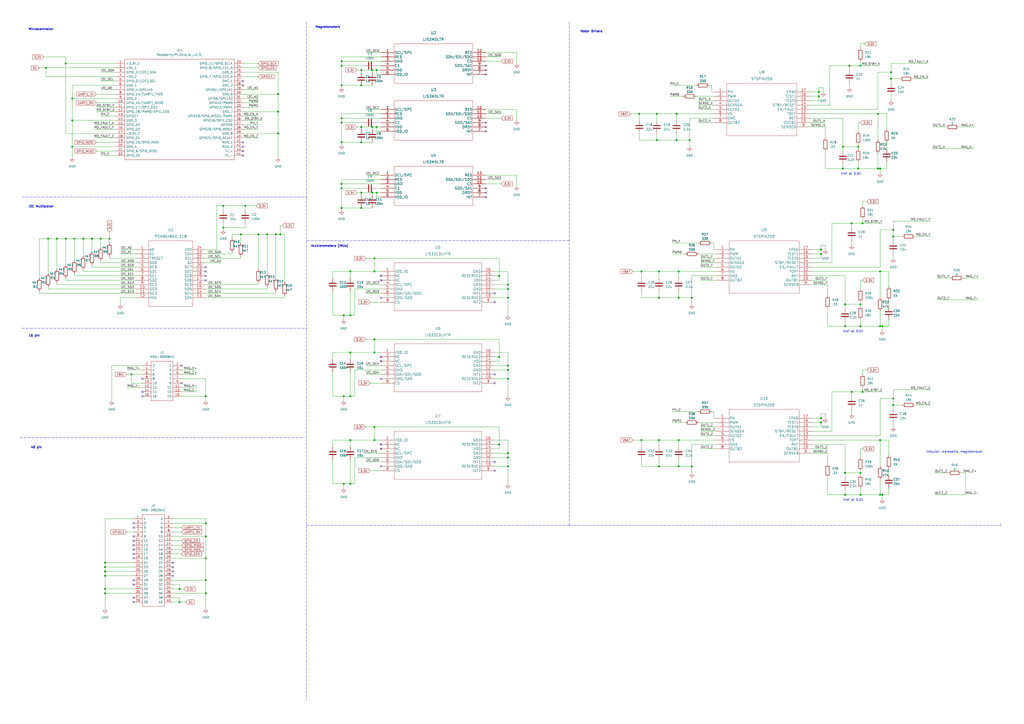
<source format=kicad_sch>
(kicad_sch (version 20211123) (generator eeschema)
  (paper "A2")
  (junction (at 199.39 280.67))
  (junction (at 494.03 129.54))
  (junction (at 198.12 82.55))
  (junction (at 511.81 189.23))
  (junction (at 43.18 138.43))
  (junction (at 198.12 35.56))
  (junction (at 198.12 49.53))
  (junction (at 119.38 311.15))
  (junction (at 488.95 85.09))
  (junction (at 119.38 303.53))
  (junction (at 518.16 137.16))
  (junction (at 38.1 36.83))
  (junction (at 490.22 287.02))
  (junction (at 289.56 160.02))
  (junction (at 510.54 97.79))
  (junction (at 518.16 231.14))
  (junction (at 161.29 77.47))
  (junction (at 500.38 227.33))
  (junction (at 53.34 138.43))
  (junction (at 142.24 119.38))
  (junction (at 476.25 144.78))
  (junction (at 294.64 219.71))
  (junction (at 60.96 331.47))
  (junction (at 203.2 157.48))
  (junction (at 476.25 245.11))
  (junction (at 294.64 165.1))
  (junction (at 490.22 176.53))
  (junction (at 218.44 111.76))
  (junction (at 60.96 341.63))
  (junction (at 382.27 270.51))
  (junction (at 199.39 182.88))
  (junction (at 393.7 157.48))
  (junction (at 38.1 138.43))
  (junction (at 203.2 204.47))
  (junction (at 198.12 120.65))
  (junction (at 490.22 189.23))
  (junction (at 381 66.04))
  (junction (at 289.56 207.01))
  (junction (at 511.81 287.02))
  (junction (at 497.84 85.09))
  (junction (at 381 81.28))
  (junction (at 60.96 326.39))
  (junction (at 294.64 212.09))
  (junction (at 499.11 38.1))
  (junction (at 209.55 73.66))
  (junction (at 161.29 64.77))
  (junction (at 203.2 182.88))
  (junction (at 382.27 172.72))
  (junction (at 217.17 149.86))
  (junction (at 401.32 270.51))
  (junction (at 58.42 138.43))
  (junction (at 41.91 57.15))
  (junction (at 215.9 73.66))
  (junction (at 289.56 257.81))
  (junction (at 370.84 66.04))
  (junction (at 392.43 81.28))
  (junction (at 217.17 204.47))
  (junction (at 476.25 242.57))
  (junction (at 104.14 341.63))
  (junction (at 494.03 227.33))
  (junction (at 497.84 97.79))
  (junction (at 294.64 265.43))
  (junction (at 217.17 255.27))
  (junction (at 488.95 97.79))
  (junction (at 499.11 189.23))
  (junction (at 209.55 49.53))
  (junction (at 393.7 255.27))
  (junction (at 500.38 129.54))
  (junction (at 33.02 138.43))
  (junction (at 476.25 147.32))
  (junction (at 160.02 135.89))
  (junction (at 154.94 135.89))
  (junction (at 510.54 189.23))
  (junction (at 198.12 106.68))
  (junction (at 63.5 138.43))
  (junction (at 215.9 40.64))
  (junction (at 76.2 217.17))
  (junction (at 294.64 214.63))
  (junction (at 26.67 39.37))
  (junction (at 217.17 157.48))
  (junction (at 203.2 229.87))
  (junction (at 119.38 229.87))
  (junction (at 218.44 73.66))
  (junction (at 392.43 66.04))
  (junction (at 209.55 111.76))
  (junction (at 198.12 109.22))
  (junction (at 516.89 41.91))
  (junction (at 203.2 255.27))
  (junction (at 104.14 349.25))
  (junction (at 294.64 167.64))
  (junction (at 203.2 280.67))
  (junction (at 490.22 274.32))
  (junction (at 41.91 85.09))
  (junction (at 215.9 111.76))
  (junction (at 474.98 55.88))
  (junction (at 60.96 328.93))
  (junction (at 393.7 172.72))
  (junction (at 41.91 69.85))
  (junction (at 139.7 135.89))
  (junction (at 509.27 97.79))
  (junction (at 510.54 157.48))
  (junction (at 492.76 38.1))
  (junction (at 218.44 40.64))
  (junction (at 198.12 71.12))
  (junction (at 509.27 66.04))
  (junction (at 60.96 344.17))
  (junction (at 119.38 323.85))
  (junction (at 294.64 262.89))
  (junction (at 209.55 40.64))
  (junction (at 510.54 255.27))
  (junction (at 518.16 234.95))
  (junction (at 400.05 81.28))
  (junction (at 217.17 247.65))
  (junction (at 516.89 45.72))
  (junction (at 499.11 176.53))
  (junction (at 382.27 255.27))
  (junction (at 217.17 196.85))
  (junction (at 162.56 135.89))
  (junction (at 119.38 344.17))
  (junction (at 294.64 270.51))
  (junction (at 209.55 82.55))
  (junction (at 161.29 54.61))
  (junction (at 209.55 120.65))
  (junction (at 119.38 336.55))
  (junction (at 518.16 133.35))
  (junction (at 510.54 287.02))
  (junction (at 129.54 132.08))
  (junction (at 294.64 172.72))
  (junction (at 60.96 334.01))
  (junction (at 372.11 255.27))
  (junction (at 382.27 157.48))
  (junction (at 401.32 172.72))
  (junction (at 393.7 270.51))
  (junction (at 48.26 138.43))
  (junction (at 372.11 157.48))
  (junction (at 199.39 229.87))
  (junction (at 149.86 135.89))
  (junction (at 198.12 68.58))
  (junction (at 499.11 274.32))
  (junction (at 474.98 53.34))
  (junction (at 129.54 119.38))
  (junction (at 198.12 38.1))
  (junction (at 499.11 287.02))
  (junction (at 27.94 138.43))
  (no_connect (at 281.94 114.3))
  (no_connect (at 77.47 306.07))
  (no_connect (at 220.98 260.35))
  (no_connect (at 281.94 38.1))
  (no_connect (at 281.94 40.64))
  (no_connect (at 281.94 43.18))
  (no_connect (at 281.94 73.66))
  (no_connect (at 140.97 46.99))
  (no_connect (at 140.97 49.53))
  (no_connect (at 140.97 85.09))
  (no_connect (at 140.97 87.63))
  (no_connect (at 140.97 90.17))
  (no_connect (at 140.97 82.55))
  (no_connect (at 100.33 328.93))
  (no_connect (at 100.33 331.47))
  (no_connect (at 100.33 334.01))
  (no_connect (at 100.33 326.39))
  (no_connect (at 220.98 209.55))
  (no_connect (at 220.98 207.01))
  (no_connect (at 287.02 267.97))
  (no_connect (at 220.98 257.81))
  (no_connect (at 220.98 172.72))
  (no_connect (at 105.41 212.09))
  (no_connect (at 105.41 222.25))
  (no_connect (at 82.55 219.71))
  (no_connect (at 82.55 229.87))
  (no_connect (at 82.55 227.33))
  (no_connect (at 220.98 219.71))
  (no_connect (at 287.02 222.25))
  (no_connect (at 77.47 346.71))
  (no_connect (at 77.47 349.25))
  (no_connect (at 77.47 336.55))
  (no_connect (at 77.47 339.09))
  (no_connect (at 77.47 303.53))
  (no_connect (at 77.47 323.85))
  (no_connect (at 77.47 321.31))
  (no_connect (at 77.47 313.69))
  (no_connect (at 77.47 316.23))
  (no_connect (at 77.47 318.77))
  (no_connect (at 77.47 311.15))
  (no_connect (at 220.98 270.51))
  (no_connect (at 281.94 71.12))
  (no_connect (at 281.94 76.2))
  (no_connect (at 287.02 273.05))
  (no_connect (at 281.94 111.76))
  (no_connect (at 119.38 157.48))
  (no_connect (at 119.38 160.02))
  (no_connect (at 119.38 162.56))
  (no_connect (at 119.38 154.94))
  (no_connect (at 287.02 170.18))
  (no_connect (at 287.02 175.26))
  (no_connect (at 220.98 160.02))
  (no_connect (at 220.98 162.56))
  (no_connect (at 281.94 109.22))
  (no_connect (at 287.02 217.17))
  (wire (pts (xy 203.2 168.91) (xy 203.2 182.88)))
  (wire (pts (xy 60.96 344.17) (xy 60.96 353.06)))
  (wire (pts (xy 401.32 160.02) (xy 401.32 172.72)))
  (wire (pts (xy 516.89 45.72) (xy 521.97 45.72)))
  (wire (pts (xy 160.02 135.89) (xy 160.02 161.29)))
  (wire (pts (xy 488.95 68.58) (xy 488.95 85.09)))
  (wire (pts (xy 203.2 182.88) (xy 205.74 182.88)))
  (wire (pts (xy 198.12 38.1) (xy 198.12 49.53)))
  (wire (pts (xy 509.27 41.91) (xy 516.89 41.91)))
  (wire (pts (xy 403.86 55.88) (xy 414.02 55.88)))
  (wire (pts (xy 382.27 157.48) (xy 393.7 157.48)))
  (wire (pts (xy 119.38 303.53) (xy 119.38 311.15)))
  (wire (pts (xy 471.17 252.73) (xy 510.54 252.73)))
  (wire (pts (xy 518.16 234.95) (xy 518.16 237.49)))
  (wire (pts (xy 119.38 336.55) (xy 119.38 344.17)))
  (wire (pts (xy 209.55 73.66) (xy 209.55 74.93)))
  (wire (pts (xy 55.88 64.77) (xy 67.31 64.77)))
  (wire (pts (xy 207.01 111.76) (xy 209.55 111.76)))
  (wire (pts (xy 541.02 73.66) (xy 548.64 73.66)))
  (wire (pts (xy 58.42 46.99) (xy 67.31 46.99)))
  (wire (pts (xy 73.66 224.79) (xy 82.55 224.79)))
  (wire (pts (xy 510.54 172.72) (xy 510.54 157.48)))
  (wire (pts (xy 389.89 245.11) (xy 397.51 245.11)))
  (wire (pts (xy 401.32 172.72) (xy 401.32 176.53)))
  (wire (pts (xy 193.04 204.47) (xy 193.04 208.28)))
  (wire (pts (xy 161.29 77.47) (xy 140.97 77.47)))
  (wire (pts (xy 218.44 73.66) (xy 220.98 73.66)))
  (wire (pts (xy 60.96 326.39) (xy 77.47 326.39)))
  (wire (pts (xy 140.97 62.23) (xy 149.86 62.23)))
  (wire (pts (xy 289.56 257.81) (xy 289.56 260.35)))
  (wire (pts (xy 198.12 104.14) (xy 198.12 106.68)))
  (wire (pts (xy 500.38 119.38) (xy 500.38 116.84)))
  (wire (pts (xy 218.44 111.76) (xy 220.98 111.76)))
  (wire (pts (xy 63.5 149.86) (xy 78.74 149.86)))
  (wire (pts (xy 294.64 219.71) (xy 294.64 214.63)))
  (wire (pts (xy 500.38 260.35) (xy 499.11 260.35)))
  (wire (pts (xy 149.86 52.07) (xy 140.97 52.07)))
  (wire (pts (xy 406.4 154.94) (xy 415.29 154.94)))
  (wire (pts (xy 217.17 149.86) (xy 217.17 157.48)))
  (wire (pts (xy 499.11 35.56) (xy 499.11 38.1)))
  (wire (pts (xy 477.52 50.8) (xy 477.52 53.34)))
  (wire (pts (xy 474.98 58.42) (xy 474.98 55.88)))
  (wire (pts (xy 294.64 262.89) (xy 294.64 255.27)))
  (wire (pts (xy 55.88 59.69) (xy 67.31 59.69)))
  (wire (pts (xy 471.17 149.86) (xy 476.25 149.86)))
  (wire (pts (xy 393.7 270.51) (xy 382.27 270.51)))
  (wire (pts (xy 60.96 334.01) (xy 60.96 341.63)))
  (wire (pts (xy 515.62 185.42) (xy 515.62 189.23)))
  (wire (pts (xy 497.84 71.12) (xy 497.84 76.2)))
  (wire (pts (xy 203.2 255.27) (xy 193.04 255.27)))
  (wire (pts (xy 214.63 222.25) (xy 220.98 222.25)))
  (wire (pts (xy 48.26 138.43) (xy 48.26 148.59)))
  (wire (pts (xy 212.09 149.86) (xy 217.17 149.86)))
  (wire (pts (xy 510.54 154.94) (xy 510.54 133.35)))
  (wire (pts (xy 58.42 41.91) (xy 67.31 41.91)))
  (wire (pts (xy 198.12 109.22) (xy 198.12 120.65)))
  (wire (pts (xy 100.33 339.09) (xy 104.14 339.09)))
  (wire (pts (xy 392.43 66.04) (xy 392.43 69.85)))
  (wire (pts (xy 198.12 49.53) (xy 209.55 49.53)))
  (wire (pts (xy 209.55 73.66) (xy 215.9 73.66)))
  (wire (pts (xy 281.94 66.04) (xy 290.83 66.04)))
  (wire (pts (xy 63.5 138.43) (xy 58.42 138.43)))
  (wire (pts (xy 518.16 231.14) (xy 518.16 226.06)))
  (wire (pts (xy 414.02 238.76) (xy 414.02 242.57)))
  (wire (pts (xy 480.06 287.02) (xy 490.22 287.02)))
  (wire (pts (xy 414.02 242.57) (xy 415.29 242.57)))
  (wire (pts (xy 82.55 212.09) (xy 64.77 212.09)))
  (wire (pts (xy 287.02 162.56) (xy 289.56 162.56)))
  (wire (pts (xy 214.63 273.05) (xy 220.98 273.05)))
  (wire (pts (xy 60.96 326.39) (xy 60.96 328.93)))
  (wire (pts (xy 510.54 97.79) (xy 510.54 100.33)))
  (wire (pts (xy 27.94 167.64) (xy 27.94 166.37)))
  (wire (pts (xy 119.38 172.72) (xy 165.1 172.72)))
  (wire (pts (xy 67.31 77.47) (xy 38.1 77.47)))
  (wire (pts (xy 393.7 270.51) (xy 401.32 270.51)))
  (wire (pts (xy 193.04 266.7) (xy 193.04 280.67)))
  (wire (pts (xy 140.97 57.15) (xy 149.86 57.15)))
  (wire (pts (xy 162.56 135.89) (xy 160.02 135.89)))
  (wire (pts (xy 82.55 222.25) (xy 76.2 222.25)))
  (wire (pts (xy 480.06 269.24) (xy 480.06 262.89)))
  (wire (pts (xy 199.39 280.67) (xy 199.39 283.21)))
  (wire (pts (xy 511.81 189.23) (xy 515.62 189.23)))
  (wire (pts (xy 198.12 104.14) (xy 220.98 104.14)))
  (wire (pts (xy 218.44 40.64) (xy 220.98 40.64)))
  (wire (pts (xy 510.54 252.73) (xy 510.54 231.14)))
  (wire (pts (xy 543.56 161.29) (xy 551.18 161.29)))
  (wire (pts (xy 209.55 111.76) (xy 215.9 111.76)))
  (wire (pts (xy 382.27 168.91) (xy 382.27 172.72)))
  (wire (pts (xy 294.64 229.87) (xy 294.64 219.71)))
  (wire (pts (xy 215.9 111.76) (xy 218.44 111.76)))
  (wire (pts (xy 518.16 133.35) (xy 518.16 128.27)))
  (wire (pts (xy 105.41 217.17) (xy 114.3 217.17)))
  (wire (pts (xy 100.33 311.15) (xy 119.38 311.15)))
  (wire (pts (xy 490.22 160.02) (xy 490.22 176.53)))
  (wire (pts (xy 281.94 106.68) (xy 290.83 106.68)))
  (wire (pts (xy 76.2 222.25) (xy 76.2 217.17)))
  (wire (pts (xy 287.02 260.35) (xy 289.56 260.35)))
  (wire (pts (xy 33.02 138.43) (xy 27.94 138.43)))
  (wire (pts (xy 287.02 167.64) (xy 294.64 167.64)))
  (wire (pts (xy 510.54 287.02) (xy 511.81 287.02)))
  (wire (pts (xy 511.81 287.02) (xy 515.62 287.02)))
  (wire (pts (xy 64.77 212.09) (xy 64.77 232.41)))
  (wire (pts (xy 494.03 227.33) (xy 494.03 229.87)))
  (wire (pts (xy 509.27 97.79) (xy 510.54 97.79)))
  (wire (pts (xy 492.76 48.26) (xy 492.76 50.8)))
  (wire (pts (xy 161.29 54.61) (xy 161.29 64.77)))
  (wire (pts (xy 541.02 86.36) (xy 565.15 86.36)))
  (wire (pts (xy 58.42 151.13) (xy 58.42 152.4)))
  (wire (pts (xy 100.33 306.07) (xy 105.41 306.07)))
  (wire (pts (xy 499.11 162.56) (xy 499.11 167.64)))
  (wire (pts (xy 481.33 38.1) (xy 481.33 60.96)))
  (wire (pts (xy 193.04 229.87) (xy 199.39 229.87)))
  (wire (pts (xy 207.01 73.66) (xy 209.55 73.66)))
  (wire (pts (xy 203.2 157.48) (xy 193.04 157.48)))
  (wire (pts (xy 476.25 149.86) (xy 476.25 147.32)))
  (wire (pts (xy 209.55 40.64) (xy 209.55 41.91)))
  (wire (pts (xy 406.4 149.86) (xy 415.29 149.86)))
  (wire (pts (xy 78.74 165.1) (xy 33.02 165.1)))
  (wire (pts (xy 193.04 255.27) (xy 193.04 259.08)))
  (wire (pts (xy 281.94 33.02) (xy 290.83 33.02)))
  (wire (pts (xy 73.66 308.61) (xy 77.47 308.61)))
  (wire (pts (xy 142.24 119.38) (xy 148.59 119.38)))
  (wire (pts (xy 140.97 36.83) (xy 149.86 36.83)))
  (wire (pts (xy 205.74 214.63) (xy 220.98 214.63)))
  (wire (pts (xy 205.74 167.64) (xy 220.98 167.64)))
  (wire (pts (xy 198.12 120.65) (xy 209.55 120.65)))
  (wire (pts (xy 500.38 127) (xy 500.38 129.54)))
  (wire (pts (xy 474.98 55.88) (xy 474.98 53.34)))
  (wire (pts (xy 198.12 33.02) (xy 220.98 33.02)))
  (wire (pts (xy 500.38 214.63) (xy 502.92 214.63)))
  (wire (pts (xy 488.95 97.79) (xy 497.84 97.79)))
  (polyline (pts (xy 177.8 139.7) (xy 330.2 139.7)))
  (wire (pts (xy 499.11 287.02) (xy 510.54 287.02)))
  (wire (pts (xy 393.7 172.72) (xy 382.27 172.72)))
  (wire (pts (xy 160.02 135.89) (xy 154.94 135.89)))
  (wire (pts (xy 392.43 81.28) (xy 400.05 81.28)))
  (wire (pts (xy 392.43 77.47) (xy 392.43 81.28)))
  (wire (pts (xy 220.98 114.3) (xy 218.44 114.3)))
  (polyline (pts (xy 177.8 139.7) (xy 177.8 190.5)))
  (wire (pts (xy 543.56 173.99) (xy 567.69 173.99)))
  (wire (pts (xy 33.02 165.1) (xy 33.02 163.83)))
  (wire (pts (xy 203.2 259.08) (xy 203.2 255.27)))
  (wire (pts (xy 63.5 149.86) (xy 63.5 148.59)))
  (wire (pts (xy 165.1 135.89) (xy 162.56 135.89)))
  (wire (pts (xy 100.33 336.55) (xy 119.38 336.55)))
  (wire (pts (xy 372.11 255.27) (xy 382.27 255.27)))
  (wire (pts (xy 53.34 138.43) (xy 53.34 146.05)))
  (wire (pts (xy 392.43 81.28) (xy 381 81.28)))
  (wire (pts (xy 406.4 260.35) (xy 415.29 260.35)))
  (wire (pts (xy 530.86 137.16) (xy 539.75 137.16)))
  (wire (pts (xy 370.84 77.47) (xy 370.84 81.28)))
  (wire (pts (xy 372.11 168.91) (xy 372.11 172.72)))
  (wire (pts (xy 100.33 318.77) (xy 105.41 318.77)))
  (wire (pts (xy 140.97 74.93) (xy 149.86 74.93)))
  (wire (pts (xy 382.27 157.48) (xy 382.27 161.29)))
  (wire (pts (xy 469.9 71.12) (xy 478.79 71.12)))
  (wire (pts (xy 372.11 270.51) (xy 382.27 270.51)))
  (wire (pts (xy 490.22 257.81) (xy 490.22 274.32)))
  (wire (pts (xy 209.55 120.65) (xy 215.9 120.65)))
  (wire (pts (xy 142.24 121.92) (xy 142.24 119.38)))
  (wire (pts (xy 482.6 129.54) (xy 482.6 152.4)))
  (wire (pts (xy 511.81 189.23) (xy 511.81 191.77)))
  (wire (pts (xy 203.2 229.87) (xy 205.74 229.87)))
  (wire (pts (xy 73.66 217.17) (xy 76.2 217.17)))
  (wire (pts (xy 199.39 182.88) (xy 203.2 182.88)))
  (wire (pts (xy 476.25 245.11) (xy 476.25 242.57)))
  (wire (pts (xy 162.56 130.81) (xy 162.56 135.89)))
  (wire (pts (xy 60.96 328.93) (xy 77.47 328.93)))
  (wire (pts (xy 471.17 257.81) (xy 490.22 257.81)))
  (wire (pts (xy 149.86 165.1) (xy 149.86 163.83)))
  (wire (pts (xy 100.33 341.63) (xy 104.14 341.63)))
  (wire (pts (xy 287.02 212.09) (xy 294.64 212.09)))
  (wire (pts (xy 69.85 144.78) (xy 78.74 144.78)))
  (wire (pts (xy 471.17 245.11) (xy 476.25 245.11)))
  (wire (pts (xy 198.12 33.02) (xy 198.12 35.56)))
  (wire (pts (xy 478.79 80.01) (xy 478.79 73.66)))
  (wire (pts (xy 26.67 44.45) (xy 67.31 44.45)))
  (wire (pts (xy 414.02 144.78) (xy 415.29 144.78)))
  (wire (pts (xy 198.12 82.55) (xy 198.12 83.82)))
  (wire (pts (xy 471.17 260.35) (xy 480.06 260.35)))
  (wire (pts (xy 215.9 40.64) (xy 218.44 40.64)))
  (wire (pts (xy 199.39 280.67) (xy 203.2 280.67)))
  (wire (pts (xy 500.38 227.33) (xy 511.81 227.33)))
  (wire (pts (xy 78.74 160.02) (xy 43.18 160.02)))
  (wire (pts (xy 542.29 274.32) (xy 549.91 274.32)))
  (wire (pts (xy 218.44 73.66) (xy 218.44 76.2)))
  (wire (pts (xy 203.2 255.27) (xy 217.17 255.27)))
  (wire (pts (xy 58.42 90.17) (xy 67.31 90.17)))
  (wire (pts (xy 500.38 224.79) (xy 500.38 227.33)))
  (wire (pts (xy 516.89 55.88) (xy 516.89 58.42)))
  (wire (pts (xy 294.64 212.09) (xy 294.64 204.47)))
  (wire (pts (xy 217.17 196.85) (xy 217.17 204.47)))
  (wire (pts (xy 294.64 182.88) (xy 294.64 172.72)))
  (wire (pts (xy 494.03 237.49) (xy 494.03 240.03)))
  (wire (pts (xy 203.2 215.9) (xy 203.2 229.87)))
  (wire (pts (xy 509.27 88.9) (xy 509.27 97.79)))
  (wire (pts (xy 104.14 339.09) (xy 104.14 341.63)))
  (wire (pts (xy 119.38 152.4) (xy 128.27 152.4)))
  (wire (pts (xy 58.42 52.07) (xy 67.31 52.07)))
  (wire (pts (xy 294.64 167.64) (xy 294.64 165.1)))
  (wire (pts (xy 100.33 300.99) (xy 119.38 300.99)))
  (wire (pts (xy 160.02 170.18) (xy 160.02 168.91)))
  (wire (pts (xy 78.74 157.48) (xy 48.26 157.48)))
  (wire (pts (xy 415.29 257.81) (xy 401.32 257.81)))
  (wire (pts (xy 218.44 111.76) (xy 218.44 114.3)))
  (wire (pts (xy 499.11 273.05) (xy 499.11 274.32)))
  (wire (pts (xy 38.1 162.56) (xy 38.1 161.29)))
  (wire (pts (xy 100.33 344.17) (xy 119.38 344.17)))
  (wire (pts (xy 393.7 255.27) (xy 393.7 259.08)))
  (wire (pts (xy 22.86 138.43) (xy 22.86 161.29)))
  (wire (pts (xy 198.12 49.53) (xy 198.12 50.8)))
  (wire (pts (xy 518.16 245.11) (xy 518.16 247.65)))
  (wire (pts (xy 55.88 87.63) (xy 67.31 87.63)))
  (wire (pts (xy 53.34 154.94) (xy 78.74 154.94)))
  (wire (pts (xy 480.06 189.23) (xy 490.22 189.23)))
  (wire (pts (xy 412.75 238.76) (xy 414.02 238.76)))
  (wire (pts (xy 518.16 128.27) (xy 539.75 128.27)))
  (wire (pts (xy 294.64 255.27) (xy 287.02 255.27)))
  (wire (pts (xy 480.06 179.07) (xy 480.06 189.23)))
  (wire (pts (xy 69.85 172.72) (xy 69.85 176.53)))
  (wire (pts (xy 294.64 157.48) (xy 287.02 157.48)))
  (wire (pts (xy 41.91 57.15) (xy 41.91 69.85)))
  (wire (pts (xy 25.4 33.02) (xy 38.1 33.02)))
  (wire (pts (xy 372.11 157.48) (xy 372.11 161.29)))
  (wire (pts (xy 476.25 240.03) (xy 478.79 240.03)))
  (wire (pts (xy 518.16 226.06) (xy 539.75 226.06)))
  (wire (pts (xy 63.5 134.62) (xy 63.5 138.43)))
  (wire (pts (xy 217.17 255.27) (xy 220.98 255.27)))
  (wire (pts (xy 500.38 217.17) (xy 500.38 214.63)))
  (wire (pts (xy 514.35 74.93) (xy 514.35 66.04)))
  (wire (pts (xy 60.96 331.47) (xy 60.96 334.01)))
  (wire (pts (xy 497.84 97.79) (xy 509.27 97.79)))
  (wire (pts (xy 499.11 71.12) (xy 497.84 71.12)))
  (wire (pts (xy 38.1 36.83) (xy 38.1 77.47)))
  (wire (pts (xy 412.75 49.53) (xy 412.75 53.34)))
  (wire (pts (xy 400.05 81.28) (xy 400.05 85.09)))
  (wire (pts (xy 76.2 217.17) (xy 82.55 217.17)))
  (wire (pts (xy 499.11 283.21) (xy 499.11 287.02)))
  (wire (pts (xy 414.02 66.04) (xy 392.43 66.04)))
  (wire (pts (xy 401.32 270.51) (xy 401.32 274.32)))
  (wire (pts (xy 214.63 175.26) (xy 220.98 175.26)))
  (wire (pts (xy 119.38 344.17) (xy 119.38 353.06)))
  (wire (pts (xy 119.38 165.1) (xy 149.86 165.1)))
  (wire (pts (xy 140.97 44.45) (xy 149.86 44.45)))
  (wire (pts (xy 287.02 165.1) (xy 294.64 165.1)))
  (wire (pts (xy 388.62 49.53) (xy 403.86 49.53)))
  (wire (pts (xy 38.1 33.02) (xy 38.1 36.83)))
  (wire (pts (xy 405.13 60.96) (xy 414.02 60.96)))
  (wire (pts (xy 471.17 147.32) (xy 476.25 147.32)))
  (wire (pts (xy 203.2 208.28) (xy 203.2 204.47)))
  (wire (pts (xy 60.96 334.01) (xy 77.47 334.01)))
  (wire (pts (xy 281.94 30.48) (xy 299.72 30.48)))
  (polyline (pts (xy 177.8 12.7) (xy 177.8 114.3)))
  (wire (pts (xy 510.54 97.79) (xy 514.35 97.79)))
  (wire (pts (xy 119.38 144.78) (xy 125.73 144.78)))
  (wire (pts (xy 509.27 63.5) (xy 509.27 41.91)))
  (wire (pts (xy 393.7 168.91) (xy 393.7 172.72)))
  (wire (pts (xy 43.18 138.43) (xy 38.1 138.43)))
  (wire (pts (xy 193.04 280.67) (xy 199.39 280.67)))
  (wire (pts (xy 198.12 106.68) (xy 198.12 109.22)))
  (wire (pts (xy 414.02 140.97) (xy 414.02 144.78)))
  (wire (pts (xy 60.96 300.99) (xy 60.96 326.39)))
  (polyline (pts (xy 177.8 190.5) (xy 177.8 406.4)))
  (wire (pts (xy 100.33 349.25) (xy 104.14 349.25)))
  (wire (pts (xy 198.12 68.58) (xy 220.98 68.58)))
  (wire (pts (xy 43.18 160.02) (xy 43.18 158.75)))
  (wire (pts (xy 405.13 245.11) (xy 415.29 245.11)))
  (wire (pts (xy 289.56 207.01) (xy 289.56 209.55)))
  (wire (pts (xy 281.94 101.6) (xy 299.72 101.6)))
  (wire (pts (xy 415.29 160.02) (xy 401.32 160.02)))
  (wire (pts (xy 38.1 138.43) (xy 33.02 138.43)))
  (wire (pts (xy 494.03 129.54) (xy 494.03 132.08)))
  (wire (pts (xy 469.9 55.88) (xy 474.98 55.88)))
  (wire (pts (xy 287.02 257.81) (xy 289.56 257.81)))
  (wire (pts (xy 105.41 219.71) (xy 119.38 219.71)))
  (wire (pts (xy 372.11 157.48) (xy 382.27 157.48)))
  (wire (pts (xy 53.34 138.43) (xy 48.26 138.43)))
  (wire (pts (xy 58.42 152.4) (xy 78.74 152.4)))
  (wire (pts (xy 105.41 214.63) (xy 114.3 214.63)))
  (wire (pts (xy 199.39 229.87) (xy 199.39 232.41)))
  (wire (pts (xy 58.42 67.31) (xy 67.31 67.31)))
  (wire (pts (xy 481.33 60.96) (xy 469.9 60.96)))
  (wire (pts (xy 163.83 130.81) (xy 162.56 130.81)))
  (wire (pts (xy 119.38 300.99) (xy 119.38 303.53)))
  (wire (pts (xy 370.84 66.04) (xy 370.84 69.85)))
  (wire (pts (xy 154.94 135.89) (xy 149.86 135.89)))
  (wire (pts (xy 469.9 58.42) (xy 474.98 58.42)))
  (wire (pts (xy 558.8 161.29) (xy 567.69 161.29)))
  (wire (pts (xy 212.09 267.97) (xy 220.98 267.97)))
  (wire (pts (xy 212.09 101.6) (xy 220.98 101.6)))
  (wire (pts (xy 140.97 80.01) (xy 149.86 80.01)))
  (wire (pts (xy 119.38 323.85) (xy 119.38 336.55)))
  (wire (pts (xy 104.14 341.63) (xy 106.68 341.63)))
  (wire (pts (xy 215.9 73.66) (xy 218.44 73.66)))
  (wire (pts (xy 55.88 82.55) (xy 67.31 82.55)))
  (wire (pts (xy 161.29 41.91) (xy 161.29 54.61)))
  (wire (pts (xy 198.12 82.55) (xy 209.55 82.55)))
  (wire (pts (xy 203.2 204.47) (xy 217.17 204.47)))
  (wire (pts (xy 471.17 247.65) (xy 476.25 247.65)))
  (wire (pts (xy 518.16 234.95) (xy 523.24 234.95)))
  (wire (pts (xy 482.6 250.19) (xy 471.17 250.19)))
  (wire (pts (xy 67.31 49.53) (xy 41.91 49.53)))
  (wire (pts (xy 67.31 69.85) (xy 41.91 69.85)))
  (wire (pts (xy 78.74 162.56) (xy 38.1 162.56)))
  (wire (pts (xy 367.03 255.27) (xy 372.11 255.27)))
  (wire (pts (xy 217.17 204.47) (xy 220.98 204.47)))
  (wire (pts (xy 287.02 265.43) (xy 294.64 265.43)))
  (wire (pts (xy 55.88 62.23) (xy 67.31 62.23)))
  (wire (pts (xy 119.38 311.15) (xy 119.38 323.85)))
  (wire (pts (xy 406.4 250.19) (xy 415.29 250.19)))
  (wire (pts (xy 518.16 147.32) (xy 518.16 149.86)))
  (wire (pts (xy 556.26 73.66) (xy 565.15 73.66)))
  (wire (pts (xy 198.12 35.56) (xy 198.12 38.1)))
  (wire (pts (xy 406.4 252.73) (xy 415.29 252.73)))
  (wire (pts (xy 499.11 27.94) (xy 499.11 25.4)))
  (wire (pts (xy 287.02 172.72) (xy 294.64 172.72)))
  (wire (pts (xy 476.25 247.65) (xy 476.25 245.11)))
  (wire (pts (xy 510.54 133.35) (xy 518.16 133.35)))
  (wire (pts (xy 140.97 54.61) (xy 161.29 54.61)))
  (polyline (pts (xy 330.2 304.8) (xy 580.39 304.8)))
  (wire (pts (xy 294.64 270.51) (xy 294.64 265.43)))
  (wire (pts (xy 510.54 231.14) (xy 518.16 231.14)))
  (wire (pts (xy 289.56 149.86) (xy 289.56 160.02)))
  (wire (pts (xy 209.55 111.76) (xy 209.55 113.03)))
  (wire (pts (xy 515.62 264.16) (xy 515.62 255.27)))
  (wire (pts (xy 294.64 204.47) (xy 287.02 204.47)))
  (wire (pts (xy 281.94 68.58) (xy 290.83 68.58)))
  (wire (pts (xy 165.1 172.72) (xy 165.1 171.45)))
  (polyline (pts (xy 11.43 254) (xy 176.53 254)))
  (wire (pts (xy 516.89 41.91) (xy 516.89 36.83)))
  (wire (pts (xy 289.56 196.85) (xy 217.17 196.85)))
  (wire (pts (xy 494.03 129.54) (xy 482.6 129.54)))
  (wire (pts (xy 478.79 240.03) (xy 478.79 242.57)))
  (wire (pts (xy 289.56 196.85) (xy 289.56 207.01)))
  (polyline (pts (xy 177.8 114.3) (xy 177.8 139.7)))
  (wire (pts (xy 405.13 147.32) (xy 415.29 147.32)))
  (wire (pts (xy 210.82 262.89) (xy 220.98 262.89)))
  (wire (pts (xy 509.27 81.28) (xy 509.27 66.04)))
  (wire (pts (xy 494.03 139.7) (xy 494.03 142.24)))
  (wire (pts (xy 198.12 71.12) (xy 210.82 71.12)))
  (wire (pts (xy 514.35 93.98) (xy 514.35 97.79)))
  (wire (pts (xy 154.94 158.75) (xy 154.94 135.89)))
  (wire (pts (xy 401.32 257.81) (xy 401.32 270.51)))
  (wire (pts (xy 490.22 176.53) (xy 499.11 176.53)))
  (wire (pts (xy 217.17 247.65) (xy 217.17 255.27)))
  (wire (pts (xy 469.9 53.34) (xy 474.98 53.34)))
  (wire (pts (xy 518.16 137.16) (xy 523.24 137.16)))
  (wire (pts (xy 414.02 68.58) (xy 400.05 68.58)))
  (wire (pts (xy 48.26 138.43) (xy 43.18 138.43)))
  (wire (pts (xy 73.66 214.63) (xy 82.55 214.63)))
  (wire (pts (xy 471.17 165.1) (xy 480.06 165.1)))
  (wire (pts (xy 381 66.04) (xy 392.43 66.04)))
  (wire (pts (xy 494.03 227.33) (xy 482.6 227.33)))
  (wire (pts (xy 129.54 132.08) (xy 129.54 133.35)))
  (wire (pts (xy 471.17 262.89) (xy 480.06 262.89)))
  (wire (pts (xy 500.38 129.54) (xy 494.03 129.54)))
  (wire (pts (xy 203.2 157.48) (xy 217.17 157.48)))
  (wire (pts (xy 471.17 154.94) (xy 510.54 154.94)))
  (wire (pts (xy 406.4 152.4) (xy 415.29 152.4)))
  (wire (pts (xy 476.25 144.78) (xy 476.25 142.24)))
  (wire (pts (xy 500.38 116.84) (xy 502.92 116.84)))
  (wire (pts (xy 469.9 63.5) (xy 509.27 63.5)))
  (wire (pts (xy 154.94 167.64) (xy 154.94 166.37)))
  (wire (pts (xy 405.13 71.12) (xy 414.02 71.12)))
  (wire (pts (xy 515.62 283.21) (xy 515.62 287.02)))
  (wire (pts (xy 41.91 85.09) (xy 67.31 85.09)))
  (wire (pts (xy 497.84 85.09) (xy 497.84 86.36)))
  (wire (pts (xy 212.09 196.85) (xy 217.17 196.85)))
  (wire (pts (xy 510.54 189.23) (xy 511.81 189.23)))
  (wire (pts (xy 476.25 242.57) (xy 476.25 240.03)))
  (wire (pts (xy 471.17 162.56) (xy 480.06 162.56)))
  (wire (pts (xy 281.94 35.56) (xy 290.83 35.56)))
  (wire (pts (xy 510.54 180.34) (xy 510.54 189.23)))
  (wire (pts (xy 105.41 229.87) (xy 119.38 229.87)))
  (wire (pts (xy 488.95 95.25) (xy 488.95 97.79)))
  (wire (pts (xy 370.84 81.28) (xy 381 81.28)))
  (wire (pts (xy 209.55 49.53) (xy 215.9 49.53)))
  (wire (pts (xy 490.22 284.48) (xy 490.22 287.02)))
  (wire (pts (xy 26.67 39.37) (xy 67.31 39.37)))
  (wire (pts (xy 100.33 303.53) (xy 119.38 303.53)))
  (wire (pts (xy 287.02 262.89) (xy 294.64 262.89)))
  (wire (pts (xy 209.55 40.64) (xy 215.9 40.64)))
  (wire (pts (xy 490.22 189.23) (xy 499.11 189.23)))
  (wire (pts (xy 69.85 172.72) (xy 78.74 172.72)))
  (wire (pts (xy 54.61 80.01) (xy 67.31 80.01)))
  (wire (pts (xy 41.91 49.53) (xy 41.91 57.15)))
  (polyline (pts (xy 177.8 304.8) (xy 330.2 304.8)))
  (wire (pts (xy 382.27 255.27) (xy 393.7 255.27)))
  (wire (pts (xy 60.96 331.47) (xy 77.47 331.47)))
  (wire (pts (xy 499.11 189.23) (xy 510.54 189.23)))
  (wire (pts (xy 212.09 217.17) (xy 220.98 217.17)))
  (wire (pts (xy 105.41 227.33) (xy 114.3 227.33)))
  (wire (pts (xy 55.88 54.61) (xy 67.31 54.61)))
  (wire (pts (xy 22.86 39.37) (xy 26.67 39.37)))
  (wire (pts (xy 382.27 266.7) (xy 382.27 270.51)))
  (wire (pts (xy 212.09 165.1) (xy 220.98 165.1)))
  (wire (pts (xy 140.97 72.39) (xy 149.86 72.39)))
  (wire (pts (xy 515.62 173.99) (xy 515.62 177.8)))
  (wire (pts (xy 60.96 344.17) (xy 77.47 344.17)))
  (wire (pts (xy 488.95 87.63) (xy 488.95 85.09)))
  (wire (pts (xy 139.7 148.59) (xy 139.7 149.86)))
  (wire (pts (xy 205.74 229.87) (xy 205.74 214.63)))
  (wire (pts (xy 281.94 63.5) (xy 299.72 63.5)))
  (wire (pts (xy 499.11 176.53) (xy 499.11 177.8)))
  (wire (pts (xy 469.9 68.58) (xy 488.95 68.58)))
  (wire (pts (xy 381 77.47) (xy 381 81.28)))
  (wire (pts (xy 499.11 260.35) (xy 499.11 265.43)))
  (wire (pts (xy 510.54 270.51) (xy 510.54 255.27)))
  (wire (pts (xy 218.44 71.12) (xy 220.98 71.12)))
  (wire (pts (xy 478.79 97.79) (xy 488.95 97.79)))
  (wire (pts (xy 198.12 66.04) (xy 220.98 66.04)))
  (wire (pts (xy 516.89 36.83) (xy 538.48 36.83)))
  (wire (pts (xy 78.74 167.64) (xy 27.94 167.64)))
  (wire (pts (xy 471.17 144.78) (xy 476.25 144.78)))
  (wire (pts (xy 198.12 71.12) (xy 198.12 82.55)))
  (wire (pts (xy 499.11 38.1) (xy 510.54 38.1)))
  (wire (pts (xy 139.7 135.89) (xy 139.7 140.97)))
  (wire (pts (xy 289.56 160.02) (xy 289.56 162.56)))
  (wire (pts (xy 510.54 157.48) (xy 471.17 157.48)))
  (wire (pts (xy 514.35 82.55) (xy 514.35 86.36)))
  (wire (pts (xy 518.16 137.16) (xy 518.16 139.7)))
  (wire (pts (xy 100.33 346.71) (xy 104.14 346.71)))
  (wire (pts (xy 480.06 171.45) (xy 480.06 165.1)))
  (wire (pts (xy 218.44 38.1) (xy 220.98 38.1)))
  (wire (pts (xy 105.41 224.79) (xy 114.3 224.79)))
  (wire (pts (xy 205.74 182.88) (xy 205.74 167.64)))
  (wire (pts (xy 497.84 83.82) (xy 497.84 85.09)))
  (wire (pts (xy 515.62 255.27) (xy 510.54 255.27)))
  (wire (pts (xy 27.94 138.43) (xy 22.86 138.43)))
  (wire (pts (xy 134.62 135.89) (xy 139.7 135.89)))
  (wire (pts (xy 415.29 255.27) (xy 393.7 255.27)))
  (wire (pts (xy 515.62 157.48) (xy 510.54 157.48)))
  (wire (pts (xy 100.33 308.61) (xy 105.41 308.61)))
  (wire (pts (xy 499.11 38.1) (xy 492.76 38.1)))
  (wire (pts (xy 140.97 59.69) (xy 149.86 59.69)))
  (wire (pts (xy 119.38 147.32) (xy 134.62 147.32)))
  (polyline (pts (xy 330.2 12.7) (xy 330.2 139.7)))
  (polyline (pts (xy 12.7 190.5) (xy 177.8 190.5)))
  (wire (pts (xy 511.81 287.02) (xy 511.81 289.56)))
  (wire (pts (xy 58.42 138.43) (xy 53.34 138.43)))
  (wire (pts (xy 480.06 276.86) (xy 480.06 287.02)))
  (wire (pts (xy 560.07 274.32) (xy 560.07 287.02)))
  (wire (pts (xy 299.72 63.5) (xy 299.72 69.85)))
  (wire (pts (xy 516.89 45.72) (xy 516.89 48.26)))
  (wire (pts (xy 482.6 227.33) (xy 482.6 250.19)))
  (wire (pts (xy 198.12 109.22) (xy 210.82 109.22)))
  (wire (pts (xy 499.11 25.4) (xy 501.65 25.4)))
  (wire (pts (xy 41.91 91.44) (xy 41.91 85.09)))
  (wire (pts (xy 281.94 104.14) (xy 290.83 104.14)))
  (wire (pts (xy 125.73 144.78) (xy 125.73 119.38)))
  (wire (pts (xy 393.7 157.48) (xy 393.7 161.29)))
  (wire (pts (xy 294.64 165.1) (xy 294.64 157.48)))
  (wire (pts (xy 499.11 175.26) (xy 499.11 176.53)))
  (wire (pts (xy 492.76 38.1) (xy 492.76 40.64)))
  (wire (pts (xy 499.11 185.42) (xy 499.11 189.23)))
  (wire (pts (xy 393.7 266.7) (xy 393.7 270.51)))
  (wire (pts (xy 212.09 63.5) (xy 220.98 63.5)))
  (wire (pts (xy 499.11 274.32) (xy 499.11 275.59)))
  (wire (pts (xy 198.12 106.68) (xy 220.98 106.68)))
  (wire (pts (xy 129.54 129.54) (xy 129.54 132.08)))
  (wire (pts (xy 490.22 179.07) (xy 490.22 176.53)))
  (wire (pts (xy 149.86 156.21) (xy 149.86 135.89)))
  (wire (pts (xy 393.7 172.72) (xy 401.32 172.72)))
  (wire (pts (xy 287.02 160.02) (xy 289.56 160.02)))
  (wire (pts (xy 26.67 39.37) (xy 26.67 44.45)))
  (wire (pts (xy 490.22 287.02) (xy 499.11 287.02)))
  (wire (pts (xy 411.48 49.53) (xy 412.75 49.53)))
  (wire (pts (xy 372.11 172.72) (xy 382.27 172.72)))
  (wire (pts (xy 218.44 40.64) (xy 218.44 43.18)))
  (polyline (pts (xy 580.39 303.53) (xy 580.39 304.8)))
  (wire (pts (xy 203.2 204.47) (xy 193.04 204.47)))
  (wire (pts (xy 500.38 227.33) (xy 494.03 227.33)))
  (wire (pts (xy 476.25 147.32) (xy 476.25 144.78)))
  (wire (pts (xy 78.74 170.18) (xy 22.86 170.18)))
  (wire (pts (xy 205.74 265.43) (xy 220.98 265.43)))
  (wire (pts (xy 389.89 140.97) (xy 405.13 140.97)))
  (wire (pts (xy 209.55 82.55) (xy 215.9 82.55)))
  (wire (pts (xy 515.62 166.37) (xy 515.62 157.48)))
  (wire (pts (xy 129.54 121.92) (xy 129.54 119.38)))
  (wire (pts (xy 119.38 219.71) (xy 119.38 229.87)))
  (wire (pts (xy 287.02 270.51) (xy 294.64 270.51)))
  (wire (pts (xy 474.98 53.34) (xy 474.98 50.8)))
  (wire (pts (xy 405.13 58.42) (xy 414.02 58.42)))
  (wire (pts (xy 405.13 63.5) (xy 414.02 63.5)))
  (wire (pts (xy 69.85 147.32) (xy 78.74 147.32)))
  (wire (pts (xy 372.11 255.27) (xy 372.11 259.08)))
  (wire (pts (xy 104.14 346.71) (xy 104.14 349.25)))
  (wire (pts (xy 38.1 138.43) (xy 38.1 153.67)))
  (wire (pts (xy 100.33 323.85) (xy 119.38 323.85)))
  (wire (pts (xy 469.9 73.66) (xy 478.79 73.66)))
  (wire (pts (xy 100.33 316.23) (xy 105.41 316.23)))
  (wire (pts (xy 406.4 247.65) (xy 415.29 247.65)))
  (wire (pts (xy 100.33 313.69) (xy 105.41 313.69)))
  (wire (pts (xy 198.12 38.1) (xy 210.82 38.1)))
  (wire (pts (xy 140.97 39.37) (xy 149.86 39.37)))
  (wire (pts (xy 198.12 120.65) (xy 198.12 121.92)))
  (wire (pts (xy 215.9 41.91) (xy 215.9 40.64)))
  (wire (pts (xy 412.75 140.97) (xy 414.02 140.97)))
  (wire (pts (xy 389.89 147.32) (xy 397.51 147.32)))
  (wire (pts (xy 215.9 74.93) (xy 215.9 73.66)))
  (wire (pts (xy 388.62 55.88) (xy 396.24 55.88)))
  (wire (pts (xy 60.96 341.63) (xy 77.47 341.63)))
  (wire (pts (xy 406.4 162.56) (xy 415.29 162.56)))
  (wire (pts (xy 134.62 135.89) (xy 134.62 138.43)))
  (wire (pts (xy 119.38 167.64) (xy 154.94 167.64)))
  (wire (pts (xy 198.12 66.04) (xy 198.12 68.58)))
  (wire (pts (xy 67.31 57.15) (xy 41.91 57.15)))
  (wire (pts (xy 193.04 168.91) (xy 193.04 182.88)))
  (wire (pts (xy 500.38 162.56) (xy 499.11 162.56)))
  (wire (pts (xy 287.02 207.01) (xy 289.56 207.01)))
  (wire (pts (xy 492.76 38.1) (xy 481.33 38.1)))
  (wire (pts (xy 365.76 66.04) (xy 370.84 66.04)))
  (wire (pts (xy 287.02 214.63) (xy 294.64 214.63)))
  (wire (pts (xy 367.03 157.48) (xy 372.11 157.48)))
  (wire (pts (xy 482.6 152.4) (xy 471.17 152.4)))
  (wire (pts (xy 60.96 341.63) (xy 60.96 344.17)))
  (wire (pts (xy 193.04 157.48) (xy 193.04 161.29)))
  (wire (pts (xy 289.56 247.65) (xy 289.56 257.81)))
  (wire (pts (xy 488.95 85.09) (xy 497.84 85.09)))
  (wire (pts (xy 530.86 234.95) (xy 539.75 234.95)))
  (wire (pts (xy 389.89 238.76) (xy 405.13 238.76)))
  (wire (pts (xy 412.75 53.34) (xy 414.02 53.34)))
  (wire (pts (xy 205.74 280.67) (xy 205.74 265.43)))
  (wire (pts (xy 294.64 214.63) (xy 294.64 212.09)))
  (wire (pts (xy 53.34 154.94) (xy 53.34 153.67)))
  (wire (pts (xy 218.44 109.22) (xy 220.98 109.22)))
  (wire (pts (xy 54.61 72.39) (xy 67.31 72.39)))
  (wire (pts (xy 193.04 182.88) (xy 199.39 182.88)))
  (wire (pts (xy 140.97 67.31) (xy 149.86 67.31)))
  (wire (pts (xy 198.12 35.56) (xy 220.98 35.56)))
  (wire (pts (xy 370.84 66.04) (xy 381 66.04)))
  (wire (pts (xy 43.18 138.43) (xy 43.18 151.13)))
  (wire (pts (xy 381 66.04) (xy 381 69.85)))
  (wire (pts (xy 516.89 41.91) (xy 516.89 45.72)))
  (wire (pts (xy 299.72 101.6) (xy 299.72 107.95)))
  (wire (pts (xy 490.22 274.32) (xy 499.11 274.32)))
  (wire (pts (xy 27.94 138.43) (xy 27.94 158.75)))
  (wire (pts (xy 38.1 36.83) (xy 67.31 36.83)))
  (wire (pts (xy 500.38 129.54) (xy 511.81 129.54)))
  (wire (pts (xy 490.22 186.69) (xy 490.22 189.23)))
  (wire (pts (xy 77.47 300.99) (xy 60.96 300.99)))
  (wire (pts (xy 139.7 135.89) (xy 149.86 135.89)))
  (wire (pts (xy 129.54 119.38) (xy 142.24 119.38)))
  (wire (pts (xy 203.2 266.7) (xy 203.2 280.67)))
  (wire (pts (xy 140.97 69.85) (xy 152.4 69.85)))
  (wire (pts (xy 119.38 149.86) (xy 139.7 149.86)))
  (wire (pts (xy 510.54 278.13) (xy 510.54 287.02)))
  (wire (pts (xy 212.09 170.18) (xy 220.98 170.18)))
  (wire (pts (xy 294.64 172.72) (xy 294.64 167.64)))
  (wire (pts (xy 415.29 157.48) (xy 393.7 157.48)))
  (wire (pts (xy 518.16 133.35) (xy 518.16 137.16)))
  (wire (pts (xy 142.24 129.54) (xy 142.24 132.08)))
  (wire (pts (xy 471.17 160.02) (xy 490.22 160.02)))
  (wire (pts (xy 203.2 161.29) (xy 203.2 157.48)))
  (wire (pts (xy 203.2 280.67) (xy 205.74 280.67)))
  (wire (pts (xy 289.56 149.86) (xy 217.17 149.86)))
  (wire (pts (xy 287.02 219.71) (xy 294.64 219.71)))
  (wire (pts (xy 100.33 321.31) (xy 105.41 321.31)))
  (wire (pts (xy 382.27 255.27) (xy 382.27 259.08)))
  (wire (pts (xy 58.42 138.43) (xy 58.42 143.51)))
  (wire (pts (xy 289.56 247.65) (xy 217.17 247.65)))
  (wire (pts (xy 161.29 91.44) (xy 161.29 77.47)))
  (wire (pts (xy 199.39 229.87) (xy 203.2 229.87)))
  (wire (pts (xy 119.38 229.87) (xy 119.38 232.41)))
  (wire (pts (xy 207.01 40.64) (xy 209.55 40.64)))
  (wire (pts (xy 54.61 74.93) (xy 67.31 74.93)))
  (wire (pts (xy 212.09 247.65) (xy 217.17 247.65)))
  (wire (pts (xy 476.25 142.24) (xy 478.79 142.24)))
  (wire (pts (xy 104.14 349.25) (xy 107.95 349.25)))
  (wire (pts (xy 33.02 138.43) (xy 33.02 156.21)))
  (wire (pts (xy 294.64 265.43) (xy 294.64 262.89)))
  (wire (pts (xy 287.02 209.55) (xy 289.56 209.55)))
  (wire (pts (xy 220.98 43.18) (xy 218.44 43.18)))
  (wire (pts (xy 198.12 68.58) (xy 198.12 71.12)))
  (wire (pts (xy 400.05 68.58) (xy 400.05 81.28)))
  (wire (pts (xy 215.9 113.03) (xy 215.9 111.76)))
  (wire (pts (xy 119.38 170.18) (xy 160.02 170.18)))
  (wire (pts (xy 129.54 132.08) (xy 142.24 132.08)))
  (wire (pts (xy 299.72 30.48) (xy 299.72 36.83)))
  (wire (pts (xy 212.09 212.09) (xy 220.98 212.09)))
  (wire (pts (xy 193.04 215.9) (xy 193.04 229.87)))
  (wire (pts (xy 497.84 93.98) (xy 497.84 97.79)))
  (polyline (pts (xy 330.2 304.8) (xy 330.2 139.7)))
  (wire (pts (xy 294.64 280.67) (xy 294.64 270.51)))
  (wire (pts (xy 22.86 170.18) (xy 22.86 168.91)))
  (wire (pts (xy 199.39 182.88) (xy 199.39 185.42)))
  (polyline (pts (xy 12.7 114.3) (xy 177.8 114.3)))
  (wire (pts (xy 161.29 64.77) (xy 161.29 77.47)))
  (wire (pts (xy 514.35 66.04) (xy 509.27 66.04)))
  (wire (pts (xy 125.73 119.38) (xy 129.54 119.38)))
  (wire (pts (xy 518.16 231.14) (xy 518.16 234.95)))
  (wire (pts (xy 515.62 271.78) (xy 515.62 275.59)))
  (wire (pts (xy 140.97 64.77) (xy 161.29 64.77)))
  (wire (pts (xy 510.54 255.27) (xy 471.17 255.27)))
  (wire (pts (xy 220.98 76.2) (xy 218.44 76.2)))
  (wire (pts (xy 134.62 146.05) (xy 134.62 147.32)))
  (wire (pts (xy 165.1 163.83) (xy 165.1 135.89)))
  (wire (pts (xy 63.5 138.43) (xy 63.5 140.97)))
  (wire (pts (xy 509.27 66.04) (xy 469.9 66.04)))
  (wire (pts (xy 557.53 274.32) (xy 560.07 274.32)))
  (wire (pts (xy 542.29 287.02) (xy 560.07 287.02)))
  (wire (pts (xy 372.11 266.7) (xy 372.11 270.51)))
  (wire (pts (xy 478.79 142.24) (xy 478.79 144.78)))
  (wire (pts (xy 471.17 242.57) (xy 476.25 242.57)))
  (wire (pts (xy 474.98 50.8) (xy 477.52 50.8)))
  (wire (pts (xy 217.17 157.48) (xy 220.98 157.48)))
  (wire (pts (xy 490.22 276.86) (xy 490.22 274.32)))
  (wire (pts (xy 529.59 45.72) (xy 538.48 45.72)))
  (wire (pts (xy 41.91 69.85) (xy 41.91 85.09)))
  (wire (pts (xy 140.97 41.91) (xy 161.29 41.91)))
  (wire (pts (xy 212.09 30.48) (xy 220.98 30.48)))
  (wire (pts (xy 60.96 328.93) (xy 60.96 331.47)))
  (wire (pts (xy 478.79 87.63) (xy 478.79 97.79)))
  (wire (pts (xy 48.26 157.48) (xy 48.26 156.21)))
  (text "Motor Drivers" (at 336.55 19.05 0) (effects (font (size 1.27 1.27) (thickness 0.254) bold) (justify left bottom)))
  (text "Vref at 0.5V" (at 488.95 290.83 0) (effects (font (size 1.27 1.27)) (justify left bottom)))
  (text "16 pin\n" (at 16.51 195.58 0) (effects (font (size 1.27 1.27) (thickness 0.254) bold) (justify left bottom)))
  (text "Magnetometers" (at 182.88 16.51 0) (effects (font (size 1.27 1.27) (thickness 0.254) bold) (justify left bottom)))
  (text "40 pin\n" (at 17.78 260.35 0) (effects (font (size 1.27 1.27) (thickness 0.254) bold) (justify left bottom)))
  (text "I2C Multiplexer" (at 16.51 120.65 0) (effects (font (size 1.27 1.27) bold) (justify left bottom)))
  (text "Vref at 0.5V" (at 488.95 193.04 0) (effects (font (size 1.27 1.27)) (justify left bottom)))
  (text "Microcontroller\n" (at 16.51 17.78 0) (effects (font (size 1.27 1.27) (thickness 0.254) bold) (justify left bottom)))
  (text "Vref at 0.5V" (at 487.68 101.6 0) (effects (font (size 1.27 1.27)) (justify left bottom)))
  (text "Accelerometers (IMUs)\n" (at 180.34 143.51 0) (effects (font (size 1.27 1.27) (thickness 0.254) bold) (justify left bottom)))
  (text "inductor represents magnetorquer\n" (at 537.21 262.89 0) (effects (font (size 1.27 1.27)) (justify left bottom)))
  (label "MAG_Y+" (at 567.69 161.29 180))
  (label "OUT1_Y" (at 406.4 149.86 0))
  (label "MD_EN_Y" (at 539.75 137.16 180))
  (label "I2C_A0" (at 69.85 144.78 0))
  (label "PWM1" (at 389.89 245.11 0))
  (label "I2C_SD3" (at 212.09 170.18 0))
  (label "I2C_A0" (at 58.42 52.07 0))
  (label "MD_STBY_Z" (at 55.88 64.77 0))
  (label "I2C_A2" (at 149.86 57.15 180))
  (label "I2C_SDA" (at 58.42 41.91 0))
  (label "OUT2_Y" (at 406.4 154.94 0))
  (label "I2C_SC2" (at 212.09 101.6 0))
  (label "OUT1_Y" (at 480.06 162.56 180))
  (label "MAG_Z-" (at 114.3 227.33 180))
  (label "I2C_SC4" (at 128.27 170.18 180))
  (label "PH_Z" (at 389.89 238.76 0))
  (label "MD_FAULT_Y" (at 539.75 128.27 180))
  (label "PWM1" (at 149.86 62.23 180))
  (label "I2C_SCL" (at 128.27 149.86 180))
  (label "I2C_A1" (at 69.85 147.32 0))
  (label "MD_EN_X" (at 149.86 67.31 180))
  (label "I2C_A1" (at 149.86 52.07 180))
  (label "I2C_SD0" (at 290.83 33.02 180))
  (label "I2C_SD0" (at 69.85 152.4 0))
  (label "I2C_SD2" (at 290.83 104.14 180))
  (label "OUT1_X" (at 541.02 73.66 0))
  (label "I2C_SC3" (at 69.85 170.18 0))
  (label "OUT2_X" (at 541.02 86.36 0))
  (label "I2C_SC2" (at 69.85 165.1 0))
  (label "MD_EN_Z" (at 539.75 234.95 180))
  (label "MAG_Y-" (at 567.69 173.99 180))
  (label "I2C_SC1" (at 212.09 63.5 0))
  (label "I2C_SD4" (at 128.27 172.72 180))
  (label "OUT2_X" (at 405.13 63.5 0))
  (label "MD_STBY_X" (at 510.54 38.1 180))
  (label "SENSE_X" (at 478.79 73.66 180))
  (label "MD_STBY_Y" (at 55.88 62.23 0))
  (label "I2C_SD2" (at 69.85 162.56 0))
  (label "I2C_SC0" (at 212.09 30.48 0))
  (label "SENSE_Z" (at 406.4 250.19 0))
  (label "MD_STBY_Z" (at 511.81 227.33 180))
  (label "I2C_SD5" (at 212.09 267.97 0))
  (label "MAG_Z-" (at 560.07 287.02 0))
  (label "OUT1_Y" (at 543.56 161.29 0))
  (label "I2C_SC5" (at 128.27 165.1 180))
  (label "PWM0" (at 389.89 147.32 0))
  (label "MD_EN_Z" (at 149.86 80.01 180))
  (label "MD_STBY_X" (at 152.4 69.85 180))
  (label "MAG_X+" (at 565.15 73.66 180))
  (label "MAG_Z+" (at 558.8 274.32 0))
  (label "I2C_SD3" (at 69.85 167.64 0))
  (label "MD_FAULT_Y" (at 54.61 74.93 0))
  (label "I2C_SC4" (at 212.09 212.09 0))
  (label "MD_FAULT_X" (at 54.61 72.39 0))
  (label "SENSE_Y" (at 406.4 152.4 0))
  (label "I2C_SCL" (at 58.42 46.99 0))
  (label "I2C_A2" (at 128.27 152.4 180))
  (label "PH_X" (at 388.62 49.53 0))
  (label "MD_EN_Y" (at 149.86 74.93 180))
  (label "I2C_SD1" (at 290.83 66.04 180))
  (label "OUT2_Y" (at 543.56 173.99 0))
  (label "OUT2_Z" (at 542.29 287.02 0))
  (label "MAG_X+" (at 114.3 214.63 180))
  (label "MAG_Y-" (at 73.66 224.79 0))
  (label "I2C_SC0" (at 69.85 154.94 0))
  (label "PH_Y" (at 389.89 140.97 0))
  (label "OUT1_Z" (at 480.06 260.35 180))
  (label "SENSE_Y" (at 480.06 165.1 180))
  (label "SENSE_Z" (at 480.06 262.89 180))
  (label "SENSE_X" (at 405.13 60.96 0))
  (label "MAG_X-" (at 114.3 224.79 180))
  (label "PWM0" (at 388.62 55.88 0))
  (label "I2C_SD5" (at 128.27 167.64 180))
  (label "OUT2_Y" (at 406.4 162.56 0))
  (label "I2C_SC3" (at 212.09 165.1 0))
  (label "I2C_SC1" (at 69.85 160.02 0))
  (label "I2C_SDA" (at 128.27 147.32 180))
  (label "PWM0" (at 149.86 59.69 180))
  (label "PH_Y" (at 149.86 72.39 180))
  (label "MD_FAULT_Z" (at 54.61 80.01 0))
  (label "MD_FAULT_X" (at 538.48 36.83 180))
  (label "MD_STBY_Y" (at 511.81 129.54 180))
  (label "MD_FAULT_Z" (at 539.75 226.06 180))
  (label "MD_EN_X" (at 538.48 45.72 180))
  (label "OUT1_X" (at 478.79 71.12 180))
  (label "OUT2_X" (at 405.13 71.12 0))
  (label "I2C_SD4" (at 212.09 217.17 0))
  (label "PH_X" (at 58.42 90.17 0))
  (label "I2C_SC5" (at 210.82 262.89 0))
  (label "OUT2_Z" (at 406.4 252.73 0))
  (label "PH_Z" (at 58.42 67.31 0))
  (label "MAG_Y+" (at 73.66 214.63 0))
  (label "OUT2_Z" (at 406.4 260.35 0))
  (label "MAG_Z+" (at 114.3 217.17 180))
  (label "I2C_SD1" (at 69.85 157.48 0))
  (label "OUT1_X" (at 405.13 58.42 0))
  (label "MAG_X-" (at 565.15 86.36 180))
  (label "OUT1_Z" (at 406.4 247.65 0))
  (label "OUT1_Z" (at 542.29 274.32 0))
  (global_label "VBAT" (shape input) (at 367.03 157.48 180) (property "Intersheet References" "${INTERSHEET_REFS}" (effects hide)))
  (global_label "3.3V" (shape input) (at 214.63 175.26 180) (property "Intersheet References" "${INTERSHEET_REFS}" (effects hide)))
  (global_label "3.3V" (shape input) (at 207.01 111.76 180) (property "Intersheet References" "${INTERSHEET_REFS}" (effects hide)))
  (global_label "VBAT" (shape input) (at 365.76 66.04 180) (property "Intersheet References" "${INTERSHEET_REFS}" (effects hide)))
  (global_label "3.3V" (shape input) (at 25.4 33.02 180) (property "Intersheet References" "${INTERSHEET_REFS}" (effects hide)))
  (global_label "3.3V" (shape input) (at 499.11 71.12 0) (property "Intersheet References" "${INTERSHEET_REFS}" (effects hide)))
  (global_label "VBAT" (shape input) (at 73.66 217.17 180) (property "Intersheet References" "${INTERSHEET_REFS}" (effects hide)))
  (global_label "3.3V" (shape input) (at 502.92 214.63 0) (property "Intersheet References" "${INTERSHEET_REFS}" (effects hide)))
  (global_label "UART1_RX" (shape input) (at 55.88 59.69 180) (property "Intersheet References" "${INTERSHEET_REFS}" (effects hide)))
  (global_label "SPIO_MOSI" (shape input) (at 105.41 318.77 0) (property "Intersheet References" "${INTERSHEET_REFS}" (effects hide)))
  (global_label "3.3V" (shape input) (at 212.09 149.86 180) (property "Intersheet References" "${INTERSHEET_REFS}" (effects hide)))
  (global_label "5V" (shape input) (at 107.95 349.25 0) (property "Intersheet References" "${INTERSHEET_REFS}" (effects hide)))
  (global_label "3.3V" (shape input) (at 290.83 68.58 0) (property "Intersheet References" "${INTERSHEET_REFS}" (effects hide)))
  (global_label "3.3V" (shape input) (at 290.83 106.68 0) (property "Intersheet References" "${INTERSHEET_REFS}" (effects hide)))
  (global_label "3.3V" (shape input) (at 214.63 222.25 180) (property "Intersheet References" "${INTERSHEET_REFS}" (effects hide)))
  (global_label "3.3V" (shape input) (at 163.83 130.81 0) (property "Intersheet References" "${INTERSHEET_REFS}" (effects hide)))
  (global_label "3.3V" (shape input) (at 207.01 73.66 180) (property "Intersheet References" "${INTERSHEET_REFS}" (effects hide)))
  (global_label "VBAT" (shape input) (at 367.03 255.27 180) (property "Intersheet References" "${INTERSHEET_REFS}" (effects hide)))
  (global_label "3.3V" (shape input) (at 212.09 196.85 180) (property "Intersheet References" "${INTERSHEET_REFS}" (effects hide)))
  (global_label "3.3V" (shape input) (at 212.09 247.65 180) (property "Intersheet References" "${INTERSHEET_REFS}" (effects hide)))
  (global_label "SPIO_MOSI" (shape input) (at 55.88 82.55 180) (property "Intersheet References" "${INTERSHEET_REFS}" (effects hide)))
  (global_label "3.3V" (shape input) (at 290.83 35.56 0) (property "Intersheet References" "${INTERSHEET_REFS}" (effects hide)))
  (global_label "UART1_TX" (shape input) (at 105.41 306.07 0) (property "Intersheet References" "${INTERSHEET_REFS}" (effects hide)))
  (global_label "3.3V" (shape input) (at 207.01 40.64 180) (property "Intersheet References" "${INTERSHEET_REFS}" (effects hide)))
  (global_label "GPIO11" (shape input) (at 73.66 308.61 180) (property "Intersheet References" "${INTERSHEET_REFS}" (effects hide)))
  (global_label "3.3V" (shape input) (at 214.63 273.05 180) (property "Intersheet References" "${INTERSHEET_REFS}" (effects hide)))
  (global_label "3.3V" (shape input) (at 148.59 119.38 0) (property "Intersheet References" "${INTERSHEET_REFS}" (effects hide)))
  (global_label "SPIO_MISO" (shape input) (at 105.41 316.23 0) (property "Intersheet References" "${INTERSHEET_REFS}" (effects hide)))
  (global_label "5V" (shape input) (at 22.86 39.37 180) (property "Intersheet References" "${INTERSHEET_REFS}" (effects hide)))
  (global_label "3.3V" (shape input) (at 500.38 162.56 0) (property "Intersheet References" "${INTERSHEET_REFS}" (effects hide)))
  (global_label "UART1_TX" (shape input) (at 55.88 54.61 180) (property "Intersheet References" "${INTERSHEET_REFS}" (effects hide)))
  (global_label "SPIO_MISO" (shape input) (at 55.88 87.63 180) (property "Intersheet References" "${INTERSHEET_REFS}" (effects hide)))
  (global_label "SPIO_SCK" (shape input) (at 149.86 36.83 0) (property "Intersheet References" "${INTERSHEET_REFS}" (effects hide)))
  (global_label "SPIO_SCK" (shape input) (at 105.41 321.31 0) (property "Intersheet References" "${INTERSHEET_REFS}" (effects hide)))
  (global_label "3.3V" (shape input) (at 502.92 116.84 0) (property "Intersheet References" "${INTERSHEET_REFS}" (effects hide)))
  (global_label "SPIO_CS" (shape input) (at 105.41 313.69 0) (property "Intersheet References" "${INTERSHEET_REFS}" (effects hide)))
  (global_label "3.3V" (shape input) (at 63.5 134.62 90) (property "Intersheet References" "${INTERSHEET_REFS}" (effects hide)))
  (global_label "3.3V" (shape input) (at 106.68 341.63 0) (property "Intersheet References" "${INTERSHEET_REFS}" (effects hide)))
  (global_label "3.3V" (shape input) (at 501.65 25.4 0) (property "Intersheet References" "${INTERSHEET_REFS}" (effects hide)))
  (global_label "GPIO11" (shape input) (at 149.86 44.45 0) (property "Intersheet References" "${INTERSHEET_REFS}" (effects hide)))
  (global_label "SPIO_CS" (shape input) (at 149.86 39.37 0) (property "Intersheet References" "${INTERSHEET_REFS}" (effects hide)))
  (global_label "3.3V" (shape input) (at 500.38 260.35 0) (property "Intersheet References" "${INTERSHEET_REFS}" (effects hide)))
  (global_label "UART1_RX" (shape input) (at 105.41 308.61 0) (property "Intersheet References" "${INTERSHEET_REFS}" (effects hide)))
  (symbol (lib_id "Device:R") (at 552.45 73.66 270) (unit 1)
    (property "Reference" "R25" (at 552.45 69.85 90) (effects (justify bottom)))
    (property "Value" "0" (at 552.45 72.39 90) (effects (justify bottom)))
    (property "Footprint" "Resistor_SMD:R_0402_1005Metric" (effects hide))
  )
  (symbol (lib_id "power:GND") (at 518.16 247.65 0) (unit 1)
    (property "Reference" "#PWR029" (effects hide))
    (property "Value" "GND" (at 518.16 252.73 0))
  )
  (symbol (lib_id "power:GND") (at 478.79 144.78 0) (unit 1)
    (property "Reference" "#PWR021" (effects hide))
    (property "Value" "GND" (at 478.79 149.86 0))
  )
  (symbol (lib_id "power:GND") (at 294.64 182.88 0) (unit 1)
    (property "Reference" "#PWR09" (effects hide))
    (property "Value" "GND" (at 294.64 187.96 0))
  )
  (symbol (lib_id "Device:C") (at 203.2 212.09 0) (unit 1)
    (property "Reference" "C15" (at 207.01 210.8199 0) (effects (justify left)))
    (property "Value" "10u" (at 207.01 213.3599 0) (effects (justify left)))
    (property "Footprint" "Capacitor_SMD:C_0603_1608Metric" (effects hide))
  )
  (symbol (lib_id "Device:R") (at 497.84 80.01 0) (unit 1)
    (property "Reference" "R19" (at 500.38 78.7399 0) (effects (justify left)))
    (property "Value" "100k" (at 500.38 81.2799 0) (effects (justify left)))
    (property "Footprint" "Resistor_SMD:R_0805_2012Metric" (effects hide))
  )
  (symbol (lib_id "power:GND") (at 478.79 242.57 0) (unit 1)
    (property "Reference" "#PWR026" (effects hide))
    (property "Value" "GND" (at 478.79 247.65 0))
  )
  (symbol (lib_id "Device:R") (at 134.62 142.24 0) (unit 1)
    (property "Reference" "R10" (at 137.16 140.9699 0) (effects (justify bottom)))
    (property "Value" "4k7" (at 137.16 143.5099 0) (effects (justify bottom)))
    (property "Footprint" "Resistor_SMD:R_0402_1005Metric" (effects hide))
  )
  (symbol (lib_id "Device:R") (at 160.02 165.1 0) (unit 1)
    (property "Reference" "R14" (at 162.56 163.8299 0) (effects (justify bottom)))
    (property "Value" "4k7" (at 162.56 166.3699 0) (effects (justify bottom)))
    (property "Footprint" "Resistor_SMD:R_0402_1005Metric" (effects hide))
  )
  (symbol (lib_id "Device:C") (at 494.03 233.68 0) (unit 1)
    (property "Reference" "C36" (at 497.84 232.4099 0) (effects (justify left)))
    (property "Value" "1n" (at 497.84 234.9499 0) (effects (justify left)))
    (property "Footprint" "Capacitor_SMD:C_0402_1005Metric" (effects hide))
  )
  (symbol (lib_id "power:GND") (at 510.54 100.33 0) (unit 1)
    (property "Reference" "#PWR018" (effects hide))
    (property "Value" "GND" (at 510.54 105.41 0))
  )
  (symbol (lib_id "Device:R") (at 408.94 238.76 90) (unit 1)
    (property "Reference" "R37" (at 408.94 233.68 90))
    (property "Value" "330" (at 408.94 236.22 90))
    (property "Footprint" "Resistor_SMD:R_0402_1005Metric" (effects hide))
  )
  (symbol (lib_id "Device:C") (at 209.55 78.74 180) (unit 1)
    (property "Reference" "C7" (at 213.36 77.4699 0))
    (property "Value" "1u" (at 213.36 80.0099 0))
    (property "Footprint" "Capacitor_SMD:C_0402_1005Metric" (effects hide))
  )
  (symbol (lib_id "Device:C") (at 215.9 45.72 180) (unit 1)
    (property "Reference" "C5" (at 219.71 44.4499 0))
    (property "Value" "100n" (at 219.71 46.9899 0))
    (property "Footprint" "Capacitor_SMD:C_0402_1005Metric" (effects hide))
  )
  (symbol (lib_id "Device:C") (at 393.7 262.89 0) (unit 1)
    (property "Reference" "C34" (at 397.51 261.6199 0) (effects (justify left)))
    (property "Value" "2.2u" (at 397.51 264.1599 0) (effects (justify left)))
    (property "Footprint" "Capacitor_SMD:C_0603_1608Metric" (effects hide))
  )
  (symbol (lib_id "power:GND") (at 299.72 36.83 0) (unit 1)
    (property "Reference" "#PWR03" (effects hide))
    (property "Value" "GND" (at 299.72 41.91 0))
  )
  (symbol (lib_id "Device:R") (at 527.05 234.95 90) (unit 1)
    (property "Reference" "R44" (at 527.05 228.6 90) (effects (justify bottom)))
    (property "Value" "18k" (at 527.05 231.14 90) (effects (justify bottom)))
    (property "Footprint" "Resistor_SMD:R_0603_1608Metric" (effects hide))
  )
  (symbol (lib_id "Device:C") (at 392.43 73.66 0) (unit 1)
    (property "Reference" "C20" (at 396.24 72.3899 0) (effects (justify left)))
    (property "Value" "2.2u" (at 396.24 74.9299 0) (effects (justify left)))
    (property "Footprint" "Capacitor_SMD:C_0603_1608Metric" (effects hide))
  )
  (symbol (lib_id "Device:C") (at 203.2 165.1 0) (unit 1)
    (property "Reference" "C13" (at 207.01 163.8299 0) (effects (justify left)))
    (property "Value" "10u" (at 207.01 166.3699 0) (effects (justify left)))
    (property "Footprint" "Capacitor_SMD:C_0603_1608Metric" (effects hide))
  )
  (symbol (lib_id "Device:C") (at 515.62 279.4 0) (unit 1)
    (property "Reference" "C37" (at 518.16 278.13 0) (effects (justify left)))
    (property "Value" "22n" (at 518.16 280.67 0) (effects (justify left)))
    (property "Footprint" "Capacitor_SMD:C_0402_1005Metric" (effects hide))
  )
  (symbol (lib_id "power:GND") (at 198.12 121.92 0) (unit 1)
    (property "Reference" "#PWR08" (effects hide))
    (property "Value" "GND" (at 198.12 127 0))
  )
  (symbol (lib_id "power:GND") (at 511.81 191.77 0) (unit 1)
    (property "Reference" "#PWR023" (effects hide))
    (property "Value" "GND" (at 511.81 196.85 0))
  )
  (symbol (lib_id "Device:R") (at 515.62 170.18 180) (unit 1)
    (property "Reference" "R33" (at 518.16 168.9099 0) (effects (justify right)))
    (property "Value" "1k" (at 518.16 171.4499 0) (effects (justify right)))
    (property "Footprint" "Resistor_SMD:R_0402_1005Metric" (effects hide))
  )
  (symbol (lib_id "Device:R") (at 515.62 267.97 180) (unit 1)
    (property "Reference" "R43" (at 518.16 266.6999 0) (effects (justify right)))
    (property "Value" "1k" (at 518.16 269.2399 0) (effects (justify right)))
    (property "Footprint" "Resistor_SMD:R_0402_1005Metric" (effects hide))
  )
  (symbol (lib_id "Device:R") (at 527.05 137.16 90) (unit 1)
    (property "Reference" "R34" (at 527.05 130.81 90) (effects (justify bottom)))
    (property "Value" "18k" (at 527.05 133.35 90) (effects (justify bottom)))
    (property "Footprint" "Resistor_SMD:R_0603_1608Metric" (effects hide))
  )
  (symbol (lib_id "Device:R") (at 48.26 152.4 180) (unit 1)
    (property "Reference" "R6" (at 45.8195 153.6701 0))
    (property "Value" "4k7" (at 45.8195 151.1301 0))
    (property "Footprint" "Resistor_SMD:R_0402_1005Metric" (effects hide))
  )
  (symbol (lib_id "power:GND") (at 119.38 353.06 0) (unit 1)
    (property "Reference" "#PWR035" (effects hide))
    (property "Value" "GND" (at 119.38 358.14 0))
  )
  (symbol (lib_id "Device:R") (at 401.32 245.11 90) (unit 1)
    (property "Reference" "R36" (at 401.32 240.03 90))
    (property "Value" "330" (at 401.32 242.57 90))
    (property "Footprint" "Resistor_SMD:R_0402_1005Metric" (effects hide))
  )
  (symbol (lib_id "Device:C") (at 193.04 165.1 0) (unit 1)
    (property "Reference" "C12" (at 196.85 163.8299 0) (effects (justify left)))
    (property "Value" "100n" (at 196.85 166.3699 0) (effects (justify left)))
    (property "Footprint" "Capacitor_SMD:C_0402_1005Metric" (effects hide))
  )
  (symbol (lib_id "Device:R") (at 499.11 181.61 0) (unit 1)
    (property "Reference" "R30" (at 501.65 180.3399 0) (effects (justify left)))
    (property "Value" "18k" (at 501.65 182.8799 0) (effects (justify left)))
    (property "Footprint" "Resistor_SMD:R_0603_1608Metric" (effects hide))
  )
  (symbol (lib_id "Device:C") (at 488.95 91.44 0) (unit 1)
    (property "Reference" "C21" (at 491.49 90.17 0) (effects (justify left)))
    (property "Value" "2.2n" (at 491.49 92.71 0) (effects (justify left)))
    (property "Footprint" "Capacitor_SMD:C_0402_1005Metric" (effects hide))
  )
  (symbol (lib_id "power:GND") (at 400.05 85.09 0) (unit 1)
    (property "Reference" "#PWR015" (effects hide))
    (property "Value" "GND" (at 400.05 90.17 0))
  )
  (symbol (lib_id "Device:R") (at 407.67 49.53 90) (unit 1)
    (property "Reference" "R17" (at 407.67 44.45 90))
    (property "Value" "330" (at 407.67 46.99 90))
    (property "Footprint" "Resistor_SMD:R_0402_1005Metric" (effects hide))
  )
  (symbol (lib_id "Device:R") (at 525.78 45.72 90) (unit 1)
    (property "Reference" "R24" (at 525.78 39.37 90) (effects (justify bottom)))
    (property "Value" "18k" (at 525.78 41.91 90) (effects (justify bottom)))
    (property "Footprint" "Resistor_SMD:R_0603_1608Metric" (effects hide))
  )
  (symbol (lib_id "power:GND") (at 401.32 274.32 0) (unit 1)
    (property "Reference" "#PWR025" (effects hide))
    (property "Value" "GND" (at 401.32 279.4 0))
  )
  (symbol (lib_id "power:GND") (at 69.85 176.53 0) (unit 1)
    (property "Reference" "#PWR01" (effects hide))
    (property "Value" "GND" (at 69.85 181.61 0))
  )
  (symbol (lib_id "power:GND") (at 161.29 91.44 0) (unit 1)
    (property "Reference" "#PWR031" (effects hide))
    (property "Value" "GND" (at 161.29 96.52 0))
  )
  (symbol (lib_id "Device:R") (at 400.05 55.88 90) (unit 1)
    (property "Reference" "R16" (at 400.05 50.8 90))
    (property "Value" "330" (at 400.05 53.34 90))
    (property "Footprint" "Resistor_SMD:R_0402_1005Metric" (effects hide))
  )
  (symbol (lib_id "Device:R") (at 43.18 154.94 180) (unit 1)
    (property "Reference" "R5" (at 40.7395 156.2101 0))
    (property "Value" "4k7" (at 40.7395 153.6701 0))
    (property "Footprint" "Resistor_SMD:R_0402_1005Metric" (effects hide))
  )
  (symbol (lib_id "power:GND") (at 294.64 229.87 0) (unit 1)
    (property "Reference" "#PWR011" (effects hide))
    (property "Value" "GND" (at 294.64 234.95 0))
  )
  (symbol (lib_id "Device:C") (at 515.62 181.61 0) (unit 1)
    (property "Reference" "C30" (at 518.16 180.34 0) (effects (justify left)))
    (property "Value" "22n" (at 518.16 182.88 0) (effects (justify left)))
    (property "Footprint" "Capacitor_SMD:C_0402_1005Metric" (effects hide))
  )
  (symbol (lib_id "Device:C") (at 516.89 52.07 0) (unit 1)
    (property "Reference" "C24" (at 520.7 50.7999 0) (effects (justify left)))
    (property "Value" "10n" (at 520.7 53.3399 0) (effects (justify left)))
    (property "Footprint" "Capacitor_SMD:C_0402_1005Metric" (effects hide))
  )
  (symbol (lib_id "Device:R") (at 497.84 90.17 0) (unit 1)
    (property "Reference" "R20" (at 500.38 88.8999 0) (effects (justify left)))
    (property "Value" "18k" (at 500.38 91.4399 0) (effects (justify left)))
    (property "Footprint" "Resistor_SMD:R_0603_1608Metric" (effects hide))
  )
  (symbol (lib_id "Device:C") (at 209.55 45.72 180) (unit 1)
    (property "Reference" "C4" (at 213.36 44.4499 0))
    (property "Value" "1u" (at 213.36 46.9899 0))
    (property "Footprint" "Capacitor_SMD:C_0402_1005Metric" (effects hide))
  )
  (symbol (lib_id "Device:R") (at 53.34 149.86 180) (unit 1)
    (property "Reference" "R7" (at 50.8995 151.1301 0))
    (property "Value" "4k7" (at 50.8995 148.5901 0))
    (property "Footprint" "Resistor_SMD:R_0402_1005Metric" (effects hide))
  )
  (symbol (lib_id "power:GND") (at 198.12 83.82 0) (unit 1)
    (property "Reference" "#PWR06" (effects hide))
    (property "Value" "GND" (at 198.12 88.9 0))
  )
  (symbol (lib_id "power:GND") (at 199.39 283.21 0) (unit 1)
    (property "Reference" "#PWR014" (effects hide))
    (property "Value" "GND" (at 199.39 288.29 0))
  )
  (symbol (lib_id "Device:R") (at 554.99 161.29 270) (unit 1)
    (property "Reference" "R35" (at 554.99 157.48 90) (effects (justify bottom)))
    (property "Value" "0" (at 554.99 160.02 90) (effects (justify bottom)))
    (property "Footprint" "Resistor_SMD:R_0402_1005Metric" (effects hide))
  )
  (symbol (lib_id "power:GND") (at 60.96 353.06 0) (unit 1)
    (property "Reference" "#PWR034" (effects hide))
    (property "Value" "GND" (at 60.96 358.14 0))
  )
  (symbol (lib_id "power:GND") (at 41.91 91.44 0) (unit 1)
    (property "Reference" "#PWR030" (effects hide))
    (property "Value" "GND" (at 41.91 96.52 0))
  )
  (symbol (lib_id "Device:R") (at 553.72 274.32 270) (unit 1)
    (property "Reference" "R45" (at 553.72 270.51 90) (effects (justify bottom)))
    (property "Value" "0" (at 553.72 273.05 90) (effects (justify bottom)))
    (property "Footprint" "Resistor_SMD:R_0402_1005Metric" (effects hide))
  )
  (symbol (lib_id "SamacSys_Parts:Raspberry_Pi_Zero_W__v1.3_") (at 67.31 36.83 0) (unit 1)
    (property "Reference" "IC1" (at 104.14 29.21 0))
    (property "Value" "Raspberry_Pi_Zero_W__v1.3_" (at 104.14 31.75 0))
    (property "Footprint" "SamacSys_Parts:RASPBERRYPIZEROWV13" (effects hide))
    (property "Datasheet" "https://cdn.sparkfun.com/assets/learn_tutorials/6/7/6/PiZero_1.pdf" (effects hide))
    (property "Description" "Raspberry Pi Zero W (v1.3) Single-board Computers" (effects hide))
    (property "Manufacturer_Name" "RASPBERRY-PI" (effects hide))
    (property "Manufacturer_Part_Number" "Raspberry Pi Zero W (v1.3)" (effects hide))
  )
  (symbol (lib_id "Device:C") (at 209.55 116.84 180) (unit 1)
    (property "Reference" "C10" (at 213.36 115.5699 0))
    (property "Value" "1u" (at 213.36 118.1099 0))
    (property "Footprint" "Capacitor_SMD:C_0402_1005Metric" (effects hide))
  )
  (symbol (lib_id "Device:R") (at 22.86 165.1 180) (unit 1)
    (property "Reference" "R1" (at 20.4195 166.3701 0))
    (property "Value" "4k7" (at 20.4195 163.8301 0))
    (property "Footprint" "Resistor_SMD:R_0402_1005Metric" (effects hide))
  )
  (symbol (lib_id "LIS331DLHTR:LIS331DLHTR") (at 220.98 204.47 0) (unit 1)
    (property "Reference" "U6" (at 254 190.5 0) (effects (font (size 1.524 1.524))))
    (property "Value" "LIS331DLHTR" (at 254 194.31 0) (effects (font (size 1.524 1.524))))
    (property "Footprint" "LIS331DLHTR:LGA-16_3x3x1mm_STM" (effects hide))
  )
  (symbol (lib_id "Device:R") (at 480.06 273.05 0) (unit 1)
    (property "Reference" "R38" (at 482.6 271.7799 0) (effects (justify left)))
    (property "Value" ".33" (at 482.6 274.3199 0) (effects (justify left)))
    (property "Footprint" "Resistor_SMD:R_0402_1005Metric" (effects hide))
  )
  (symbol (lib_id "Device:C") (at 215.9 78.74 180) (unit 1)
    (property "Reference" "C8" (at 219.71 77.4699 0))
    (property "Value" "100n" (at 219.71 80.0099 0))
    (property "Footprint" "Capacitor_SMD:C_0402_1005Metric" (effects hide))
  )
  (symbol (lib_id "LIS3MDLTR:LIS3MDLTR") (at 220.98 101.6 0) (unit 1)
    (property "Reference" "U4" (at 251.46 90.17 0) (effects (font (size 1.524 1.524))))
    (property "Value" "LIS3MDLTR" (at 251.46 93.98 0) (effects (font (size 1.524 1.524))))
    (property "Footprint" "LIS3MDLTR:LGA-12_2X2X1_STM" (effects hide))
  )
  (symbol (lib_id "Device:R") (at 408.94 140.97 90) (unit 1)
    (property "Reference" "R27" (at 408.94 135.89 90))
    (property "Value" "330" (at 408.94 138.43 90))
    (property "Footprint" "Resistor_SMD:R_0402_1005Metric" (effects hide))
  )
  (symbol (lib_id "Device:C") (at 518.16 241.3 0) (unit 1)
    (property "Reference" "C38" (at 521.97 240.0299 0) (effects (justify left)))
    (property "Value" "10n" (at 521.97 242.5699 0) (effects (justify left)))
    (property "Footprint" "Capacitor_SMD:C_0402_1005Metric" (effects hide))
  )
  (symbol (lib_id "Device:R") (at 401.32 147.32 90) (unit 1)
    (property "Reference" "R26" (at 401.32 142.24 90))
    (property "Value" "330" (at 401.32 144.78 90))
    (property "Footprint" "Resistor_SMD:R_0402_1005Metric" (effects hide))
  )
  (symbol (lib_id "Device:C") (at 514.35 90.17 0) (unit 1)
    (property "Reference" "C23" (at 516.89 88.9 0) (effects (justify left)))
    (property "Value" "22n" (at 516.89 91.44 0) (effects (justify left)))
    (property "Footprint" "Capacitor_SMD:C_0402_1005Metric" (effects hide))
  )
  (symbol (lib_id "power:GND") (at 492.76 50.8 0) (unit 1)
    (property "Reference" "#PWR017" (effects hide))
    (property "Value" "GND" (at 492.76 55.88 0))
  )
  (symbol (lib_id "power:GND") (at 198.12 50.8 0) (unit 1)
    (property "Reference" "#PWR04" (effects hide))
    (property "Value" "GND" (at 198.12 55.88 0))
  )
  (symbol (lib_id "LIS3MDLTR:LIS3MDLTR") (at 220.98 63.5 0) (unit 1)
    (property "Reference" "U3" (at 251.46 52.07 0) (effects (font (size 1.524 1.524))))
    (property "Value" "LIS3MDLTR" (at 251.46 55.88 0) (effects (font (size 1.524 1.524))))
    (property "Footprint" "LIS3MDLTR:LGA-12_2X2X1_STM" (effects hide))
  )
  (symbol (lib_id "Device:R") (at 514.35 78.74 180) (unit 1)
    (property "Reference" "R23" (at 516.89 77.4699 0) (effects (justify right)))
    (property "Value" "1k" (at 516.89 80.0099 0) (effects (justify right)))
    (property "Footprint" "Resistor_SMD:R_0402_1005Metric" (effects hide))
  )
  (symbol (lib_id "Device:C") (at 393.7 165.1 0) (unit 1)
    (property "Reference" "C27" (at 397.51 163.8299 0) (effects (justify left)))
    (property "Value" "2.2u" (at 397.51 166.3699 0) (effects (justify left)))
    (property "Footprint" "Capacitor_SMD:C_0603_1608Metric" (effects hide))
  )
  (symbol (lib_id "power:GND") (at 299.72 107.95 0) (unit 1)
    (property "Reference" "#PWR07" (effects hide))
    (property "Value" "GND" (at 299.72 113.03 0))
  )
  (symbol (lib_id "STSPIN250:STSPIN250") (at 415.29 242.57 0) (unit 1)
    (property "Reference" "U10" (at 443.23 231.14 0) (effects (font (size 1.524 1.524))))
    (property "Value" "STSPIN250" (at 443.23 234.95 0) (effects (font (size 1.524 1.524))))
    (property "Footprint" "STSPIN250:VFQFPN16_STSPIN_STM" (effects hide))
  )
  (symbol (lib_id "Device:C") (at 372.11 262.89 0) (unit 1)
    (property "Reference" "C32" (at 375.92 261.6199 0) (effects (justify left)))
    (property "Value" "22u" (at 375.92 264.1599 0) (effects (justify left)))
    (property "Footprint" "Capacitor_SMD:C_0805_2012Metric" (effects hide))
  )
  (symbol (lib_id "Device:R") (at 499.11 269.24 0) (unit 1)
    (property "Reference" "R39" (at 501.65 267.9699 0) (effects (justify left)))
    (property "Value" "100k" (at 501.65 270.5099 0) (effects (justify left)))
    (property "Footprint" "Resistor_SMD:R_0805_2012Metric" (effects hide))
  )
  (symbol (lib_id "Device:R") (at 38.1 157.48 180) (unit 1)
    (property "Reference" "R4" (at 35.6595 158.7501 0))
    (property "Value" "4k7" (at 35.6595 156.2101 0))
    (property "Footprint" "Resistor_SMD:R_0402_1005Metric" (effects hide))
  )
  (symbol (lib_id "power:GND") (at 494.03 240.03 0) (unit 1)
    (property "Reference" "#PWR027" (effects hide))
    (property "Value" "GND" (at 494.03 245.11 0))
  )
  (symbol (lib_id "Device:R") (at 478.79 83.82 0) (unit 1)
    (property "Reference" "R18" (at 481.33 82.5499 0) (effects (justify left)))
    (property "Value" ".33" (at 481.33 85.0899 0) (effects (justify left)))
    (property "Footprint" "Resistor_SMD:R_0402_1005Metric" (effects hide))
  )
  (symbol (lib_id "Device:R") (at 499.11 31.75 0) (unit 1)
    (property "Reference" "R21" (at 501.65 30.4799 0) (effects (justify left)))
    (property "Value" "18k" (at 501.65 33.0199 0) (effects (justify left)))
    (property "Footprint" "Resistor_SMD:R_0603_1608Metric" (effects hide))
  )
  (symbol (lib_id "Device:R") (at 27.94 162.56 180) (unit 1)
    (property "Reference" "R2" (at 25.4995 163.8301 0))
    (property "Value" "4k7" (at 25.4995 161.2901 0))
    (property "Footprint" "Resistor_SMD:R_0402_1005Metric" (effects hide))
  )
  (symbol (lib_id "Device:R") (at 500.38 220.98 0) (unit 1)
    (property "Reference" "R41" (at 502.92 219.7099 0) (effects (justify left)))
    (property "Value" "18k" (at 502.92 222.2499 0) (effects (justify left)))
    (property "Footprint" "Resistor_SMD:R_0603_1608Metric" (effects hide))
  )
  (symbol (lib_id "Device:C") (at 129.54 125.73 0) (unit 1)
    (property "Reference" "C1" (at 133.35 124.4599 0) (effects (justify left)))
    (property "Value" "10u" (at 133.35 126.9999 0) (effects (justify left)))
    (property "Footprint" "Capacitor_SMD:C_0603_1608Metric" (effects hide))
  )
  (symbol (lib_id "Device:C") (at 215.9 116.84 180) (unit 1)
    (property "Reference" "C11" (at 219.71 115.5699 0))
    (property "Value" "100n" (at 219.71 118.1099 0))
    (property "Footprint" "Capacitor_SMD:C_0402_1005Metric" (effects hide))
  )
  (symbol (lib_id "Device:C") (at 494.03 135.89 0) (unit 1)
    (property "Reference" "C29" (at 497.84 134.6199 0) (effects (justify left)))
    (property "Value" "1n" (at 497.84 137.1599 0) (effects (justify left)))
    (property "Footprint" "Capacitor_SMD:C_0402_1005Metric" (effects hide))
  )
  (symbol (lib_id "STSPIN250:STSPIN250") (at 414.02 53.34 0) (unit 1)
    (property "Reference" "U8" (at 441.96 41.91 0) (effects (font (size 1.524 1.524))))
    (property "Value" "STSPIN250" (at 441.96 45.72 0) (effects (font (size 1.524 1.524))))
    (property "Footprint" "STSPIN250:VFQFPN16_STSPIN_STM" (effects hide))
  )
  (symbol (lib_id "power:GND") (at 511.81 289.56 0) (unit 1)
    (property "Reference" "#PWR028" (effects hide))
    (property "Value" "GND" (at 511.81 294.64 0))
  )
  (symbol (lib_id "Device:C") (at 492.76 44.45 0) (unit 1)
    (property "Reference" "C22" (at 496.57 43.1799 0) (effects (justify left)))
    (property "Value" "1n" (at 496.57 45.7199 0) (effects (justify left)))
    (property "Footprint" "Capacitor_SMD:C_0402_1005Metric" (effects hide))
  )
  (symbol (lib_id "power:GND") (at 518.16 149.86 0) (unit 1)
    (property "Reference" "#PWR024" (effects hide))
    (property "Value" "GND" (at 518.16 154.94 0))
  )
  (symbol (lib_id "Device:R") (at 154.94 162.56 0) (unit 1)
    (property "Reference" "R13" (at 157.48 161.2899 0) (effects (justify bottom)))
    (property "Value" "4k7" (at 157.48 163.8299 0) (effects (justify bottom)))
    (property "Footprint" "Resistor_SMD:R_0402_1005Metric" (effects hide))
  )
  (symbol (lib_id "Device:C") (at 193.04 262.89 0) (unit 1)
    (property "Reference" "C16" (at 196.85 261.6199 0) (effects (justify left)))
    (property "Value" "100n" (at 196.85 264.1599 0) (effects (justify left)))
    (property "Footprint" "Capacitor_SMD:C_0402_1005Metric" (effects hide))
  )
  (symbol (lib_id "Device:R") (at 509.27 85.09 180) (unit 1)
    (property "Reference" "R22" (at 510.54 83.82 0) (effects (justify right)))
    (property "Value" "47k" (at 510.54 86.36 0) (effects (justify right)))
    (property "Footprint" "Resistor_SMD:R_0805_2012Metric" (effects hide))
  )
  (symbol (lib_id "Device:R") (at 480.06 175.26 0) (unit 1)
    (property "Reference" "R28" (at 482.6 173.9899 0) (effects (justify left)))
    (property "Value" ".33" (at 482.6 176.5299 0) (effects (justify left)))
    (property "Footprint" "Resistor_SMD:R_0402_1005Metric" (effects hide))
  )
  (symbol (lib_id "Device:C") (at 203.2 262.89 0) (unit 1)
    (property "Reference" "C17" (at 207.01 261.6199 0) (effects (justify left)))
    (property "Value" "10u" (at 207.01 264.1599 0) (effects (justify left)))
    (property "Footprint" "Capacitor_SMD:C_0603_1608Metric" (effects hide))
  )
  (symbol (lib_id "PCA9548AD-118:PCA9548AD_118") (at 78.74 144.78 0) (unit 1)
    (property "Reference" "U1" (at 99.06 133.35 0) (effects (font (size 1.524 1.524))))
    (property "Value" "PCA9548AD_118" (at 99.06 137.16 0) (effects (font (size 1.524 1.524))))
    (property "Footprint" "PCA9548AD-118:SO24_SOT137-1_NXP" (effects hide))
  )
  (symbol (lib_id "Device:C") (at 490.22 182.88 0) (unit 1)
    (property "Reference" "C28" (at 492.76 181.61 0) (effects (justify left)))
    (property "Value" "2.2n" (at 492.76 184.15 0) (effects (justify left)))
    (property "Footprint" "Capacitor_SMD:C_0402_1005Metric" (effects hide))
  )
  (symbol (lib_id "SamacSys_Parts:M50-3900842") (at 82.55 212.09 0) (unit 1)
    (property "Reference" "J1" (at 93.98 204.47 0))
    (property "Value" "M50-3900842" (at 93.98 207.01 0))
    (property "Footprint" "SamacSys_Parts:M50-3900842" (effects hide))
    (property "Datasheet" "https://cdn.harwin.com/pdfs/M50-390.pdf" (effects hide))
    (property "Description" "1.27mm (0.05\") Pitch DIL Horizontal Throughboard Pin Header, selective gold + tin, 8+8 contacts" (effects hide))
    (property "Mouser Part Number" "855-M50-3900842" (effects hide))
    (property "Mouser Price/Stock" "https://www.mouser.co.uk/ProductDetail/Harwin/M50-3900842?qs=9fQaSFfsqszST5s2HOgMHw%3D%3D" (effects hide))
    (property "Manufacturer_Name" "Harwin" (effects hide))
    (property "Manufacturer_Part_Number" "M50-3900842" (effects hide))
  )
  (symbol (lib_id "Device:R") (at 33.02 160.02 180) (unit 1)
    (property "Reference" "R3" (at 30.5795 161.2901 0))
    (property "Value" "4k7" (at 30.5795 158.7501 0))
    (property "Footprint" "Resistor_SMD:R_0402_1005Metric" (effects hide))
  )
  (symbol (lib_id "Device:R") (at 510.54 274.32 180) (unit 1)
    (property "Reference" "R42" (at 511.81 273.05 0) (effects (justify right)))
    (property "Value" "47k" (at 511.81 275.59 0) (effects (justify right)))
    (property "Footprint" "Resistor_SMD:R_0805_2012Metric" (effects hide))
  )
  (symbol (lib_id "STSPIN250:STSPIN250") (at 415.29 144.78 0) (unit 1)
    (property "Reference" "U9" (at 443.23 133.35 0) (effects (font (size 1.524 1.524))))
    (property "Value" "STSPIN250" (at 443.23 137.16 0) (effects (font (size 1.524 1.524))))
    (property "Footprint" "STSPIN250:VFQFPN16_STSPIN_STM" (effects hide))
  )
  (symbol (lib_id "power:GND") (at 299.72 69.85 0) (unit 1)
    (property "Reference" "#PWR05" (effects hide))
    (property "Value" "GND" (at 299.72 74.93 0))
  )
  (symbol (lib_id "power:GND") (at 477.52 53.34 0) (unit 1)
    (property "Reference" "#PWR016" (effects hide))
    (property "Value" "GND" (at 477.52 58.42 0))
  )
  (symbol (lib_id "Device:C") (at 370.84 73.66 0) (unit 1)
    (property "Reference" "C18" (at 374.65 72.3899 0) (effects (justify left)))
    (property "Value" "22u" (at 374.65 74.9299 0) (effects (justify left)))
    (property "Footprint" "Capacitor_SMD:C_0805_2012Metric" (effects hide))
  )
  (symbol (lib_id "power:GND") (at 516.89 58.42 0) (unit 1)
    (property "Reference" "#PWR019" (effects hide))
    (property "Value" "GND" (at 516.89 63.5 0))
  )
  (symbol (lib_id "power:GND") (at 294.64 280.67 0) (unit 1)
    (property "Reference" "#PWR013" (effects hide))
    (property "Value" "GND" (at 294.64 285.75 0))
  )
  (symbol (lib_id "Device:C") (at 193.04 212.09 0) (unit 1)
    (property "Reference" "C14" (at 196.85 210.8199 0) (effects (justify left)))
    (property "Value" "100n" (at 196.85 213.3599 0) (effects (justify left)))
    (property "Footprint" "Capacitor_SMD:C_0402_1005Metric" (effects hide))
  )
  (symbol (lib_id "power:GND") (at 119.38 232.41 0) (unit 1)
    (property "Reference" "#PWR033" (effects hide))
    (property "Value" "GND" (at 119.38 237.49 0))
  )
  (symbol (lib_id "power:GND") (at 401.32 176.53 0) (unit 1)
    (property "Reference" "#PWR020" (effects hide))
    (property "Value" "GND" (at 401.32 181.61 0))
  )
  (symbol (lib_id "power:GND") (at 494.03 142.24 0) (unit 1)
    (property "Reference" "#PWR022" (effects hide))
    (property "Value" "GND" (at 494.03 147.32 0))
  )
  (symbol (lib_id "Device:R") (at 499.11 171.45 0) (unit 1)
    (property "Reference" "R29" (at 501.65 170.1799 0) (effects (justify left)))
    (property "Value" "100k" (at 501.65 172.7199 0) (effects (justify left)))
    (property "Footprint" "Resistor_SMD:R_0805_2012Metric" (effects hide))
  )
  (symbol (lib_id "Device:R") (at 499.11 279.4 0) (unit 1)
    (property "Reference" "R40" (at 501.65 278.1299 0) (effects (justify left)))
    (property "Value" "18k" (at 501.65 280.6699 0) (effects (justify left)))
    (property "Footprint" "Resistor_SMD:R_0603_1608Metric" (effects hide))
  )
  (symbol (lib_id "Device:R") (at 165.1 167.64 0) (unit 1)
    (property "Reference" "R15" (at 167.64 166.3699 0) (effects (justify bottom)))
    (property "Value" "4k7" (at 167.64 168.9099 0) (effects (justify bottom)))
    (property "Footprint" "Resistor_SMD:R_0402_1005Metric" (effects hide))
  )
  (symbol (lib_id "Device:C") (at 382.27 165.1 0) (unit 1)
    (property "Reference" "C26" (at 386.08 163.8299 0) (effects (justify left)))
    (property "Value" "22u" (at 386.08 166.3699 0) (effects (justify left)))
    (property "Footprint" "Capacitor_SMD:C_0805_2012Metric" (effects hide))
  )
  (symbol (lib_id "Device:C") (at 214.63 109.22 90) (unit 1)
    (property "Reference" "C9" (at 214.63 101.6 90) (effects (justify bottom)))
    (property "Value" "100n" (at 214.63 104.14 90) (effects (justify bottom)))
    (property "Footprint" "Capacitor_SMD:C_0402_1005Metric" (effects hide))
  )
  (symbol (lib_id "power:GND") (at 64.77 232.41 0) (unit 1)
    (property "Reference" "#PWR032" (effects hide))
    (property "Value" "GND" (at 64.77 237.49 0))
  )
  (symbol (lib_id "LIS331DLHTR:LIS331DLHTR") (at 220.98 157.48 0) (unit 1)
    (property "Reference" "U5" (at 254 143.51 0) (effects (font (size 1.524 1.524))))
    (property "Value" "LIS331DLHTR" (at 254 147.32 0) (effects (font (size 1.524 1.524))))
    (property "Footprint" "LIS331DLHTR:LGA-16_3x3x1mm_STM" (effects hide))
  )
  (symbol (lib_id "Device:C") (at 518.16 143.51 0) (unit 1)
    (property "Reference" "C31" (at 521.97 142.2399 0) (effects (justify left)))
    (property "Value" "10n" (at 521.97 144.7799 0) (effects (justify left)))
    (property "Footprint" "Capacitor_SMD:C_0402_1005Metric" (effects hide))
  )
  (symbol (lib_id "LIS331DLHTR:LIS331DLHTR") (at 220.98 255.27 0) (unit 1)
    (property "Reference" "U7" (at 254 241.3 0) (effects (font (size 1.524 1.524))))
    (property "Value" "LIS331DLHTR" (at 254 245.11 0) (effects (font (size 1.524 1.524))))
    (property "Footprint" "LIS331DLHTR:LGA-16_3x3x1mm_STM" (effects hide))
  )
  (symbol (lib_id "LIS3MDLTR:LIS3MDLTR") (at 220.98 30.48 0) (unit 1)
    (property "Reference" "U2" (at 251.46 19.05 0) (effects (font (size 1.524 1.524))))
    (property "Value" "LIS3MDLTR" (at 251.46 22.86 0) (effects (font (size 1.524 1.524))))
    (property "Footprint" "LIS3MDLTR:LGA-12_2X2X1_STM" (effects hide))
  )
  (symbol (lib_id "Device:C") (at 214.63 71.12 90) (unit 1)
    (property "Reference" "C6" (at 214.63 63.5 90) (effects (justify bottom)))
    (property "Value" "100n" (at 214.63 66.04 90) (effects (justify bottom)))
    (property "Footprint" "Capacitor_SMD:C_0402_1005Metric" (effects hide))
  )
  (symbol (lib_id "Device:R") (at 63.5 144.78 180) (unit 1)
    (property "Reference" "R9" (at 61.0595 146.0501 0))
    (property "Value" "4k7" (at 61.0595 143.5101 0))
    (property "Footprint" "Resistor_SMD:R_0402_1005Metric" (effects hide))
  )
  (symbol (lib_id "Device:R") (at 139.7 144.78 0) (unit 1)
    (property "Reference" "R11" (at 142.24 143.5099 0) (effects (justify bottom)))
    (property "Value" "4k7" (at 142.24 146.0499 0) (effects (justify bottom)))
    (property "Footprint" "Resistor_SMD:R_0402_1005Metric" (effects hide))
  )
  (symbol (lib_id "Device:R") (at 510.54 176.53 180) (unit 1)
    (property "Reference" "R32" (at 511.81 175.26 0) (effects (justify right)))
    (property "Value" "47k" (at 511.81 177.8 0) (effects (justify right)))
    (property "Footprint" "Resistor_SMD:R_0805_2012Metric" (effects hide))
  )
  (symbol (lib_id "Device:C") (at 381 73.66 0) (unit 1)
    (property "Reference" "C19" (at 384.81 72.3899 0) (effects (justify left)))
    (property "Value" "22u" (at 384.81 74.9299 0) (effects (justify left)))
    (property "Footprint" "Capacitor_SMD:C_0805_2012Metric" (effects hide))
  )
  (symbol (lib_id "Device:C") (at 490.22 280.67 0) (unit 1)
    (property "Reference" "C35" (at 492.76 279.4 0) (effects (justify left)))
    (property "Value" "2.2n" (at 492.76 281.94 0) (effects (justify left)))
    (property "Footprint" "Capacitor_SMD:C_0402_1005Metric" (effects hide))
  )
  (symbol (lib_id "Device:C") (at 382.27 262.89 0) (unit 1)
    (property "Reference" "C33" (at 386.08 261.6199 0) (effects (justify left)))
    (property "Value" "22u" (at 386.08 264.1599 0) (effects (justify left)))
    (property "Footprint" "Capacitor_SMD:C_0805_2012Metric" (effects hide))
  )
  (symbol (lib_id "Device:R") (at 500.38 123.19 0) (unit 1)
    (property "Reference" "R31" (at 502.92 121.9199 0) (effects (justify left)))
    (property "Value" "18k" (at 502.92 124.4599 0) (effects (justify left)))
    (property "Footprint" "Resistor_SMD:R_0603_1608Metric" (effects hide))
  )
  (symbol (lib_id "Device:C") (at 142.24 125.73 0) (unit 1)
    (property "Reference" "C2" (at 146.05 124.4599 0) (effects (justify left)))
    (property "Value" "100n" (at 146.05 126.9999 0) (effects (justify left)))
    (property "Footprint" "Capacitor_SMD:C_0402_1005Metric" (effects hide))
  )
  (symbol (lib_id "Device:C") (at 214.63 38.1 90) (unit 1)
    (property "Reference" "C3" (at 214.63 30.48 90) (effects (justify bottom)))
    (property "Value" "100n" (at 214.63 33.02 90) (effects (justify bottom)))
    (property "Footprint" "Capacitor_SMD:C_0402_1005Metric" (effects hide))
  )
  (symbol (lib_id "power:GND") (at 129.54 133.35 0) (unit 1)
    (property "Reference" "#PWR02" (effects hide))
    (property "Value" "GND" (at 129.54 138.43 0))
  )
  (symbol (lib_id "power:GND") (at 199.39 232.41 0) (unit 1)
    (property "Reference" "#PWR012" (effects hide))
    (property "Value" "GND" (at 199.39 237.49 0))
  )
  (symbol (lib_id "Device:C") (at 372.11 165.1 0) (unit 1)
    (property "Reference" "C25" (at 375.92 163.8299 0) (effects (justify left)))
    (property "Value" "22u" (at 375.92 166.3699 0) (effects (justify left)))
    (property "Footprint" "Capacitor_SMD:C_0805_2012Metric" (effects hide))
  )
  (symbol (lib_id "Device:R") (at 58.42 147.32 180) (unit 1)
    (property "Reference" "R8" (at 55.9795 148.5901 0))
    (property "Value" "4k7" (at 55.9795 146.0501 0))
    (property "Footprint" "Resistor_SMD:R_0402_1005Metric" (effects hide))
  )
  (symbol (lib_id "SamacSys_Parts:M50-3902042") (at 77.47 300.99 0) (unit 1)
    (property "Reference" "J2" (at 88.9 293.37 0))
    (property "Value" "M50-3902042" (at 88.9 295.91 0))
    (property "Footprint" "SamacSys_Parts:M50-3902042" (effects hide))
    (property "Datasheet" "https://cdn.harwin.com/pdfs/M50-390.pdf" (effects hide))
    (property "Description" "1.27mm (0.05\") Pitch DIL Horizontal Throughboard Pin Header, selective gold + tin, 20+20 contacts" (effects hide))
    (property "Height" "3.41" (effects hide))
    (property "Mouser Part Number" "855-M50-3902042" (effects hide))
    (property "Mouser Price/Stock" "https://www.mouser.co.uk/ProductDetail/Harwin/M50-3902042?qs=9fQaSFfsqswzCa6Gw0v0Zw%3D%3D" (effects hide))
    (property "Manufacturer_Name" "Harwin" (effects hide))
    (property "Manufacturer_Part_Number" "M50-3902042" (effects hide))
  )
  (symbol (lib_id "power:GND") (at 199.39 185.42 0) (unit 1)
    (property "Reference" "#PWR010" (effects hide))
    (property "Value" "GND" (at 199.39 190.5 0))
  )
  (symbol (lib_id "Device:R") (at 149.86 160.02 0) (unit 1)
    (property "Reference" "R12" (at 152.4 158.7499 0) (effects (justify bottom)))
    (property "Value" "4k7" (at 152.4 161.2899 0) (effects (justify bottom)))
    (property "Footprint" "Resistor_SMD:R_0402_1005Metric" (effects hide))
  )
)
</source>
